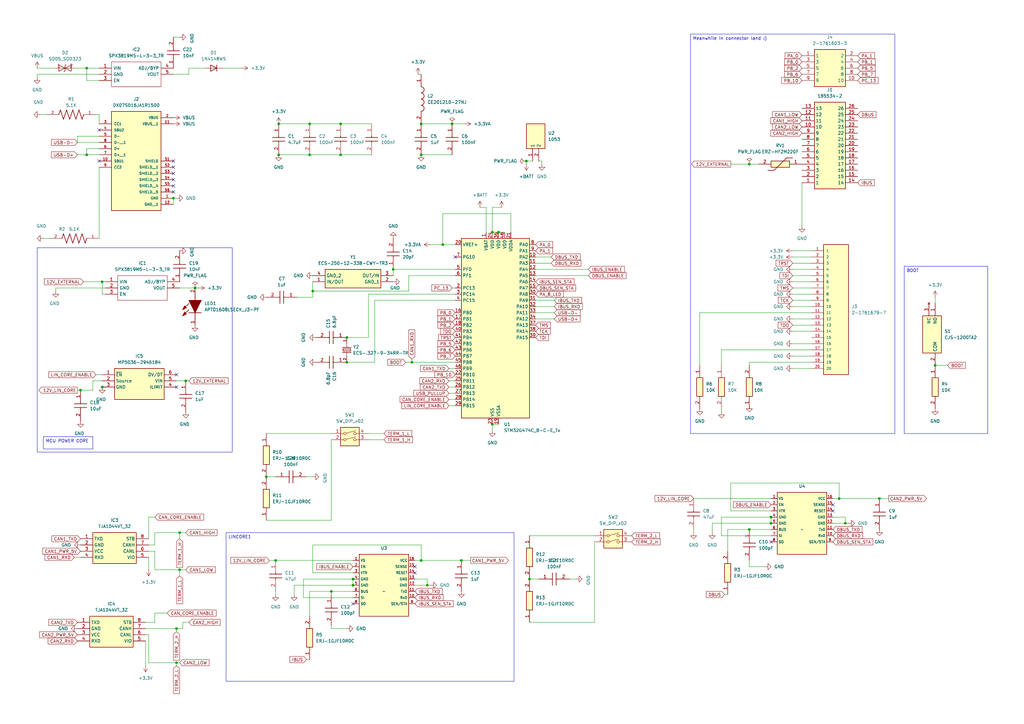
<source format=kicad_sch>
(kicad_sch (version 20230121) (generator eeschema)
  (paper "A3")
  (title_block (title "No Monkey Bidnes") (date "2023-11-14") (rev "1.0"))
  (lib_symbols
    (symbol "1_My_Library:1053"
      (property "Reference" "U" (at 16.51 7.62 0))
      (property "Value" "1053" (at 16.51 5.08 0))
      (symbol "1053_1_1"
        (pin passive line (at 0 0 0) (length 5.08) (name "1") (number "1"))
        (pin passive line (at 0 -2.54 0) (length 5.08) (name "2") (number "2"))
      )
    )
    (symbol "1_My_Library:185534-2"
      (property "Reference" "J" (at 19.05 7.62 0))
      (property "Value" "185534-2" (at 19.05 5.08 0))
      (symbol "185534-2_1_1"
        (pin passive line (at 0 -30.48 0) (length 5.08) (name "1") (number "1"))
        (pin passive line (at 0 -7.62 0) (length 5.08) (name "10") (number "10"))
        (pin passive line (at 0 -5.08 0) (length 5.08) (name "11") (number "11"))
        (pin passive line (at 0 -2.54 0) (length 5.08) (name "12") (number "12"))
        (pin passive line (at 0 0 0) (length 5.08) (name "13") (number "13"))
        (pin passive line (at 22.86 -30.48 180) (length 5.08) (name "14") (number "14"))
        (pin passive line (at 22.86 -27.94 180) (length 5.08) (name "15") (number "15"))
        (pin passive line (at 22.86 -25.4 180) (length 5.08) (name "16") (number "16"))
        (pin passive line (at 22.86 -22.86 180) (length 5.08) (name "17") (number "17"))
        (pin passive line (at 22.86 -20.32 180) (length 5.08) (name "18") (number "18"))
        (pin passive line (at 22.86 -17.78 180) (length 5.08) (name "19") (number "19"))
        (pin passive line (at 0 -27.94 0) (length 5.08) (name "2") (number "2"))
        (pin passive line (at 22.86 -15.24 180) (length 5.08) (name "20") (number "20"))
        (pin passive line (at 22.86 -12.7 180) (length 5.08) (name "21") (number "21"))
        (pin passive line (at 22.86 -10.16 180) (length 5.08) (name "22") (number "22"))
        (pin passive line (at 22.86 -7.62 180) (length 5.08) (name "23") (number "23"))
        (pin passive line (at 22.86 -5.08 180) (length 5.08) (name "24") (number "24"))
        (pin passive line (at 22.86 -2.54 180) (length 5.08) (name "25") (number "25"))
        (pin passive line (at 22.86 0 180) (length 5.08) (name "26") (number "26"))
        (pin passive line (at 0 -25.4 0) (length 5.08) (name "3") (number "3"))
        (pin passive line (at 0 -22.86 0) (length 5.08) (name "4") (number "4"))
        (pin passive line (at 0 -20.32 0) (length 5.08) (name "5") (number "5"))
        (pin passive line (at 0 -17.78 0) (length 5.08) (name "6") (number "6"))
        (pin passive line (at 0 -15.24 0) (length 5.08) (name "7") (number "7"))
        (pin passive line (at 0 -12.7 0) (length 5.08) (name "8") (number "8"))
        (pin passive line (at 0 -10.16 0) (length 5.08) (name "9") (number "9"))
      )
    )
    (symbol "1_My_Library:2-1761603-3"
      (property "Reference" "J" (at 19.05 7.62 0))
      (property "Value" "2-1761603-3" (at 19.05 5.08 0))
      (symbol "2-1761603-3_1_1"
        (pin passive line (at 0 0 0) (length 5.08) (name "1") (number "1"))
        (pin passive line (at 22.86 -10.16 180) (length 5.08) (name "10") (number "10"))
        (pin passive line (at 22.86 0 180) (length 5.08) (name "2") (number "2"))
        (pin passive line (at 0 -2.54 0) (length 5.08) (name "3") (number "3"))
        (pin passive line (at 22.86 -2.54 180) (length 5.08) (name "4") (number "4"))
        (pin passive line (at 0 -5.08 0) (length 5.08) (name "5") (number "5"))
        (pin passive line (at 22.86 -5.08 180) (length 5.08) (name "6") (number "6"))
        (pin passive line (at 0 -7.62 0) (length 5.08) (name "7") (number "7"))
        (pin passive line (at 22.86 -7.62 180) (length 5.08) (name "8") (number "8"))
        (pin passive line (at 0 -10.16 0) (length 5.08) (name "9") (number "9"))
      )
    )
    (symbol "1_My_Library:2-1761679-7" (pin_names (offset 1.016))
      (property "Reference" "J" (at -5.58 27.94 0))
      (property "Value" "2-1761679-7" (at -5.08 -27.94 0))
      (symbol "2-1761679-7_0_0"
        (pin passive line (at -10.16 25.4 0) (length 5.08) (name "1") (number "1"))
        (pin passive line (at -10.16 2.54 0) (length 5.08) (name "10") (number "10"))
        (pin passive line (at -10.16 0 0) (length 5.08) (name "11") (number "11"))
        (pin passive line (at -10.16 -2.54 0) (length 5.08) (name "12") (number "12"))
        (pin passive line (at -10.16 -5.08 0) (length 5.08) (name "13") (number "13"))
        (pin passive line (at -10.16 -7.62 0) (length 5.08) (name "14") (number "14"))
        (pin passive line (at -10.16 -10.16 0) (length 5.08) (name "15") (number "15"))
        (pin passive line (at -10.16 -12.7 0) (length 5.08) (name "16") (number "16"))
        (pin passive line (at -10.16 -15.24 0) (length 5.08) (name "17") (number "17"))
        (pin passive line (at -10.16 -17.78 0) (length 5.08) (name "18") (number "18"))
        (pin passive line (at -10.16 -20.32 0) (length 5.08) (name "19") (number "19"))
        (pin passive line (at -10.16 22.86 0) (length 5.08) (name "2") (number "2"))
        (pin passive line (at -10.16 -22.86 0) (length 5.08) (name "20") (number "20"))
        (pin passive line (at -10.16 20.32 0) (length 5.08) (name "3") (number "3"))
        (pin passive line (at -10.16 17.78 0) (length 5.08) (name "4") (number "4"))
        (pin passive line (at -10.16 15.24 0) (length 5.08) (name "5") (number "5"))
        (pin passive line (at -10.16 12.7 0) (length 5.08) (name "6") (number "6"))
        (pin passive line (at -10.16 10.16 0) (length 5.08) (name "7") (number "7"))
        (pin passive line (at -10.16 7.62 0) (length 5.08) (name "8") (number "8"))
        (pin passive line (at -10.16 5.08 0) (length 5.08) (name "9") (number "9"))
      )
    )
    (symbol "1_My_Library:885012205085R" (pin_names hide)
      (property "Reference" "C" (at 8.89 6.35 0))
      (property "Value" "885012205085R" (at 8.89 3.81 0))
      (symbol "885012205085R_1_1"
        (pin passive line (at 0 0 0) (length 5.08) (name "1") (number "1"))
        (pin passive line (at 12.7 0 180) (length 5.08) (name "2") (number "2"))
      )
    )
    (symbol "1_My_Library:APTD1608LSECK_J3-PF" (pin_names hide)
      (property "Reference" "LED" (at 12.7 8.89 0))
      (property "Value" "APTD1608LSECK_J3-PF" (at 12.7 6.35 0))
      (symbol "APTD1608LSECK_J3-PF_1_1"
        (pin passive line (at 0 0 0) (length 2.54) (name "K") (number "1"))
        (pin passive line (at 15.24 0 180) (length 2.54) (name "A") (number "2"))
      )
    )
    (symbol "1_My_Library:CE201210-27NJ" (pin_names hide)
      (property "Reference" "L" (at 16.51 6.35 0))
      (property "Value" "CE201210-27NJ" (at 16.51 3.81 0))
      (symbol "CE201210-27NJ_1_1"
        (pin passive line (at 0 0 0) (length 5.08) (name "1") (number "1"))
        (pin passive line (at 20.32 0 180) (length 5.08) (name "2") (number "2"))
      )
    )
    (symbol "1_My_Library:CJS-1200TA2"
      (property "Reference" "S" (at 21.59 7.62 0))
      (property "Value" "CJS-1200TA2" (at 21.59 5.08 0))
      (symbol "CJS-1200TA2_1_1"
        (pin passive line (at 0 0 0) (length 5.08) (name "NO") (number "1"))
        (pin passive line (at 25.4 0 180) (length 5.08) (name "COM") (number "2"))
        (pin no_connect line (at 0 -2.54 0) (length 5.08) (name "NC") (number "3"))
      )
    )
    (symbol "1_My_Library:DX07S016JA1R1500" (pin_names (offset 1.016))
      (property "Reference" "J2" (at 0 15.24 0))
      (property "Value" "DX07S016JA1R1500" (at 0 12.7 0))
      (symbol "DX07S016JA1R1500_0_0"
        (pin power_in line (at 15.24 -25.4 180) (length 5.08) (name "GND") (number "1"))
        (pin passive line (at -15.24 -10.16 0) (length 5.08) (name "SBU1") (number "10"))
        (pin power_in line (at 15.24 -27.94 180) (length 5.08) (name "GND__1") (number "12"))
        (pin power_in line (at 15.24 7.62 180) (length 5.08) (name "VBUS") (number "2"))
        (pin passive line (at -15.24 5.08 0) (length 5.08) (name "CC1") (number "3"))
        (pin passive line (at -15.24 2.54 0) (length 5.08) (name "SBU2") (number "4"))
        (pin passive line (at -15.24 0 0) (length 5.08) (name "D-") (number "5"))
        (pin passive line (at -15.24 -5.08 0) (length 5.08) (name "D+") (number "6"))
        (pin passive line (at -15.24 -7.62 0) (length 5.08) (name "D+__1") (number "7"))
        (pin passive line (at -15.24 -2.54 0) (length 5.08) (name "D-__1") (number "8"))
        (pin passive line (at -15.24 -12.7 0) (length 5.08) (name "CC2") (number "9"))
        (pin passive line (at 15.24 -10.16 180) (length 5.08) (name "SHIELD") (number "S1"))
        (pin passive line (at 15.24 -12.7 180) (length 5.08) (name "SHIELD__1") (number "S2"))
        (pin passive line (at 15.24 -15.24 180) (length 5.08) (name "SHIELD__2") (number "S3"))
        (pin passive line (at 15.24 -17.78 180) (length 5.08) (name "SHIELD__3") (number "S4"))
        (pin passive line (at 15.24 -20.32 180) (length 5.08) (name "SHIELD__4") (number "S5"))
        (pin passive line (at 15.24 -22.86 180) (length 5.08) (name "SHIELD__5") (number "S6"))
      )
      (symbol "DX07S016JA1R1500_1_0"
        (pin power_out line (at 15.24 5.08 180) (length 5.08) (name "VBUS__1") (number "11"))
      )
    )
    (symbol "1_My_Library:ECS-.327-9-34RR-TR" (pin_names (offset 1.016))
      (property "Reference" "Y" (at -5.0909 2.5454 0))
      (property "Value" "ECS-.327-9-34RR-TR" (at -5.0839 -3.8129 0))
      (symbol "ECS-.327-9-34RR-TR_0_0"
        (pin passive line (at -5.08 0 0) (length 2.54) (name "~") (number "1"))
        (pin passive line (at 5.08 0 180) (length 2.54) (name "~") (number "2"))
      )
    )
    (symbol "1_My_Library:ECS-250-12-33B-CWY-TR3"
      (property "Reference" "Y" (at 29.21 7.62 0))
      (property "Value" "ECS-250-12-33B-CWY-TR3" (at 29.21 5.08 0))
      (symbol "ECS-250-12-33B-CWY-TR3_1_1"
        (pin passive line (at 0 -2.54 0) (length 5.08) (name "IN/OUT") (number "1"))
        (pin passive line (at 33.02 -2.54 180) (length 5.08) (name "GND_1") (number "2"))
        (pin passive line (at 33.02 0 180) (length 5.08) (name "OUT/IN") (number "3"))
        (pin passive line (at 0 0 0) (length 5.08) (name "GND_2") (number "4"))
      )
    )
    (symbol "1_My_Library:ERA3AEB121V" (pin_names (offset 1.016))
      (property "Reference" "R" (at -7.624 2.541 0))
      (property "Value" "ERA3AEB121V" (at -7.624 -5.087 0))
      (symbol "ERA3AEB121V_0_0"
        (pin passive line (at -10.16 0 0) (length 5.08) (name "~") (number "1"))
        (pin passive line (at 10.16 0 180) (length 5.08) (name "~") (number "2"))
      )
    )
    (symbol "1_My_Library:ERJ-1GJF10R0C" (pin_names hide)
      (property "Reference" "R" (at 13.97 6.35 0))
      (property "Value" "ERJ-1GJF10R0C" (at 13.97 3.81 0))
      (symbol "ERJ-1GJF10R0C_1_1"
        (pin passive line (at 0 0 0) (length 5.08) (name "1") (number "1"))
        (pin passive line (at 17.78 0 180) (length 5.08) (name "2") (number "2"))
      )
    )
    (symbol "1_My_Library:ERZ-HF2M220F" (pin_names hide)
      (property "Reference" "RV" (at 13.97 6.35 0))
      (property "Value" "ERZ-HF2M220F" (at 13.97 3.81 0))
      (symbol "ERZ-HF2M220F_1_1"
        (pin passive line (at 0 0 0) (length 5.08) (name "1") (number "1"))
        (pin passive line (at 17.78 0 180) (length 5.08) (name "2") (number "2"))
      )
    )
    (symbol "1_My_Library:MP5036-2946184"
      (property "Reference" "IC" (at 26.67 7.62 0))
      (property "Value" "MP5036-2946184" (at 26.67 5.08 0))
      (symbol "MP5036-2946184_1_1"
        (pin passive line (at 0 0 0) (length 5.08) (name "~{EN}") (number "1"))
        (pin passive line (at 0 -2.54 0) (length 5.08) (name "Source") (number "2"))
        (pin passive line (at 0 -5.08 0) (length 5.08) (name "GND") (number "3"))
        (pin passive line (at 30.48 -5.08 180) (length 5.08) (name "ILIMIT") (number "4"))
        (pin passive line (at 30.48 -2.54 180) (length 5.08) (name "VIN") (number "5"))
        (pin passive line (at 30.48 0 180) (length 5.08) (name "DV/DT") (number "6"))
      )
    )
    (symbol "1_My_Library:Melexis_TH3122.4"
      (property "Reference" "U" (at 10.16 -2.54 0))
      (symbol "Melexis_TH3122.4_1_0"
        (pin input line (at -2.54 10.16 0) (length 2.54) (name "VS") (number "1"))
        (pin bidirectional line (at 22.86 -5.08 180) (length 2.54) (name "RxD") (number "10"))
        (pin bidirectional line (at 22.86 -2.54 180) (length 2.54) (name "TxD") (number "11"))
        (pin bidirectional line (at 22.86 0 180) (length 2.54) (name "GND") (number "12"))
        (pin bidirectional line (at 22.86 2.54 180) (length 2.54) (name "GND") (number "13"))
        (pin bidirectional line (at 22.86 5.08 180) (length 2.54) (name "RESET") (number "14"))
        (pin bidirectional line (at 22.86 7.62 180) (length 2.54) (name "SENSE") (number "15"))
        (pin output line (at 22.86 10.16 180) (length 2.54) (name "VCC") (number "16"))
        (pin input line (at -2.54 7.62 0) (length 2.54) (name "EN") (number "2"))
        (pin bidirectional line (at -2.54 5.08 0) (length 2.54) (name "VTR") (number "3"))
        (pin bidirectional line (at -2.54 2.54 0) (length 2.54) (name "GND") (number "4"))
        (pin bidirectional line (at -2.54 0 0) (length 2.54) (name "GND") (number "5"))
        (pin bidirectional line (at -2.54 -2.54 0) (length 2.54) (name "BUS") (number "6"))
        (pin bidirectional line (at -2.54 -5.08 0) (length 2.54) (name "SI") (number "7"))
        (pin bidirectional line (at -2.54 -7.62 0) (length 2.54) (name "SO") (number "8"))
        (pin bidirectional line (at 22.86 -7.62 180) (length 2.54) (name "SEN/STA") (number "9"))
      )
    )
    (symbol "1_My_Library:SPX3819M5-L-3-3_TR" (pin_names (offset 0.762))
      (property "Reference" "IC" (at 26.67 7.62 0))
      (property "Value" "SPX3819M5-L-3-3_TR" (at 26.67 5.08 0))
      (symbol "SPX3819M5-L-3-3_TR_0_0"
        (pin passive line (at 0 0 0) (length 5.08) (name "VIN") (number "1"))
        (pin passive line (at 0 -2.54 0) (length 5.08) (name "GND") (number "2"))
        (pin passive line (at 0 -5.08 0) (length 5.08) (name "EN") (number "3"))
        (pin passive line (at 30.48 0 180) (length 5.08) (name "ADJ/BYP") (number "4"))
        (pin passive line (at 30.48 -2.54 180) (length 5.08) (name "VOUT") (number "5"))
      )
    )
    (symbol "1_My_Library:TJA1044VT_3Z"
      (property "Reference" "IC" (at 24.13 7.62 0))
      (property "Value" "TJA1044VT_3Z" (at 24.13 5.08 0))
      (symbol "TJA1044VT_3Z_1_1"
        (pin passive line (at 0 0 0) (length 5.08) (name "TXD") (number "1"))
        (pin passive line (at 0 -2.54 0) (length 5.08) (name "GND") (number "2"))
        (pin passive line (at 0 -5.08 0) (length 5.08) (name "VCC") (number "3"))
        (pin passive line (at 0 -7.62 0) (length 5.08) (name "RXD") (number "4"))
        (pin passive line (at 27.94 -7.62 180) (length 5.08) (name "VIO") (number "5"))
        (pin passive line (at 27.94 -5.08 180) (length 5.08) (name "CANL") (number "6"))
        (pin passive line (at 27.94 -2.54 180) (length 5.08) (name "CANH") (number "7"))
        (pin passive line (at 27.94 0 180) (length 5.08) (name "STB") (number "8"))
      )
    )
    (symbol "Diode:1N4148WS" (pin_numbers hide) (pin_names hide)
      (property "Reference" "D" (at 0 2.54 0))
      (property "Value" "1N4148WS" (at 0 -2.54 0))
      (symbol "1N4148WS_1_1"
        (pin passive line (at -3.81 0 0) (length 2.54) (name "K") (number "1"))
        (pin passive line (at 3.81 0 180) (length 2.54) (name "A") (number "2"))
      )
    )
    (symbol "Diode:SD05_SOD323" (pin_names (offset 1.016) hide)
      (property "Reference" "D" (at 0 2.54 0))
      (property "Value" "SD05_SOD323" (at 0 -2.54 0))
      (symbol "SD05_SOD323_1_1"
        (pin passive line (at -3.81 0 0) (length 2.54) (name "A1") (number "1"))
        (pin passive line (at 3.81 0 180) (length 2.54) (name "A2") (number "2"))
      )
    )
    (symbol "MCU_ST_STM32G4:STM32G474C_B-C-E_Tx"
      (property "Reference" "U" (at -12.7 39.37 0))
      (property "Value" "STM32G474C_B-C-E_Tx" (at 10.16 39.37 0))
      (symbol "STM32G474C_B-C-E_Tx_1_1"
        (pin power_in line (at -2.54 40.64 270) (length 2.54) (name "VBAT") (number "1"))
        (pin bidirectional line (at 17.78 30.48 180) (length 2.54) (name "PA2") (number "10"))
        (pin bidirectional line (at 17.78 27.94 180) (length 2.54) (name "PA3") (number "11"))
        (pin bidirectional line (at 17.78 25.4 180) (length 2.54) (name "PA4") (number "12"))
        (pin bidirectional line (at 17.78 22.86 180) (length 2.54) (name "PA5") (number "13"))
        (pin bidirectional line (at 17.78 20.32 180) (length 2.54) (name "PA6") (number "14"))
        (pin bidirectional line (at 17.78 17.78 180) (length 2.54) (name "PA7") (number "15"))
        (pin bidirectional line (at -15.24 7.62 0) (length 2.54) (name "PB0") (number "16"))
        (pin bidirectional line (at -15.24 5.08 0) (length 2.54) (name "PB1") (number "17"))
        (pin bidirectional line (at -15.24 2.54 0) (length 2.54) (name "PB2") (number "18"))
        (pin power_in line (at 2.54 -38.1 90) (length 2.54) (name "VSSA") (number "19"))
        (pin bidirectional line (at -15.24 17.78 0) (length 2.54) (name "PC13") (number "2"))
        (pin input line (at -15.24 35.56 0) (length 2.54) (name "VREF+") (number "20"))
        (pin power_in line (at 7.62 40.64 270) (length 2.54) (name "VDDA") (number "21"))
        (pin bidirectional line (at -15.24 -17.78 0) (length 2.54) (name "PB10") (number "22"))
        (pin power_in line (at 0 -38.1 90) (length 2.54) (name "VSS") (number "23"))
        (pin power_in line (at 0 40.64 270) (length 2.54) (name "VDD") (number "24"))
        (pin bidirectional line (at -15.24 -20.32 0) (length 2.54) (name "PB11") (number "25"))
        (pin bidirectional line (at -15.24 -22.86 0) (length 2.54) (name "PB12") (number "26"))
        (pin bidirectional line (at -15.24 -25.4 0) (length 2.54) (name "PB13") (number "27"))
        (pin bidirectional line (at -15.24 -27.94 0) (length 2.54) (name "PB14") (number "28"))
        (pin bidirectional line (at -15.24 -30.48 0) (length 2.54) (name "PB15") (number "29"))
        (pin bidirectional line (at -15.24 15.24 0) (length 2.54) (name "PC14") (number "3"))
        (pin bidirectional line (at 17.78 15.24 180) (length 2.54) (name "PA8") (number "30"))
        (pin bidirectional line (at 17.78 12.7 180) (length 2.54) (name "PA9") (number "31"))
        (pin bidirectional line (at 17.78 10.16 180) (length 2.54) (name "PA10") (number "32"))
        (pin bidirectional line (at 17.78 7.62 180) (length 2.54) (name "PA11") (number "33"))
        (pin bidirectional line (at 17.78 5.08 180) (length 2.54) (name "PA12") (number "34"))
        (pin passive line (at 0 -38.1 90) (length 2.54) hide (name "VSS") (number "35"))
        (pin power_in line (at 2.54 40.64 270) (length 2.54) (name "VDD") (number "36"))
        (pin bidirectional line (at 17.78 2.54 180) (length 2.54) (name "PA13") (number "37"))
        (pin bidirectional line (at 17.78 0 180) (length 2.54) (name "PA14") (number "38"))
        (pin bidirectional line (at 17.78 -2.54 180) (length 2.54) (name "PA15") (number "39"))
        (pin bidirectional line (at -15.24 12.7 0) (length 2.54) (name "PC15") (number "4"))
        (pin bidirectional line (at -15.24 0 0) (length 2.54) (name "PB3") (number "40"))
        (pin bidirectional line (at -15.24 -2.54 0) (length 2.54) (name "PB4") (number "41"))
        (pin bidirectional line (at -15.24 -5.08 0) (length 2.54) (name "PB5") (number "42"))
        (pin bidirectional line (at -15.24 -7.62 0) (length 2.54) (name "PB6") (number "43"))
        (pin bidirectional line (at -15.24 -10.16 0) (length 2.54) (name "PB7") (number "44"))
        (pin bidirectional line (at -15.24 -12.7 0) (length 2.54) (name "PB8") (number "45"))
        (pin bidirectional line (at -15.24 -15.24 0) (length 2.54) (name "PB9") (number "46"))
        (pin passive line (at 0 -38.1 90) (length 2.54) hide (name "VSS") (number "47"))
        (pin power_in line (at 5.08 40.64 270) (length 2.54) (name "VDD") (number "48"))
        (pin bidirectional line (at -15.24 25.4 0) (length 2.54) (name "PF0") (number "5"))
        (pin bidirectional line (at -15.24 22.86 0) (length 2.54) (name "PF1") (number "6"))
        (pin bidirectional line (at -15.24 30.48 0) (length 2.54) (name "PG10") (number "7"))
        (pin bidirectional line (at 17.78 35.56 180) (length 2.54) (name "PA0") (number "8"))
        (pin bidirectional line (at 17.78 33.02 180) (length 2.54) (name "PA1") (number "9"))
      )
    )
    (symbol "Melexis_TH3122.4_1"
      (property "Reference" "U" (at 10.16 -2.54 0))
      (symbol "Melexis_TH3122.4_1_1_0"
        (pin input line (at -2.54 10.16 0) (length 2.54) (name "VS") (number "1"))
        (pin bidirectional line (at 22.86 -5.08 180) (length 2.54) (name "RxD") (number "10"))
        (pin bidirectional line (at 22.86 -2.54 180) (length 2.54) (name "TxD") (number "11"))
        (pin bidirectional line (at 22.86 0 180) (length 2.54) (name "GND") (number "12"))
        (pin bidirectional line (at 22.86 2.54 180) (length 2.54) (name "GND") (number "13"))
        (pin bidirectional line (at 22.86 5.08 180) (length 2.54) (name "RESET") (number "14"))
        (pin bidirectional line (at 22.86 7.62 180) (length 2.54) (name "SENSE") (number "15"))
        (pin output line (at 22.86 10.16 180) (length 2.54) (name "VCC") (number "16"))
        (pin input line (at -2.54 7.62 0) (length 2.54) (name "EN") (number "2"))
        (pin bidirectional line (at -2.54 5.08 0) (length 2.54) (name "VTR") (number "3"))
        (pin bidirectional line (at -2.54 2.54 0) (length 2.54) (name "GND") (number "4"))
        (pin bidirectional line (at -2.54 0 0) (length 2.54) (name "GND") (number "5"))
        (pin bidirectional line (at -2.54 -2.54 0) (length 2.54) (name "BUS") (number "6"))
        (pin bidirectional line (at -2.54 -5.08 0) (length 2.54) (name "SI") (number "7"))
        (pin bidirectional line (at -2.54 -7.62 0) (length 2.54) (name "SO") (number "8"))
        (pin bidirectional line (at 22.86 -7.62 180) (length 2.54) (name "SEN/STA") (number "9"))
      )
    )
    (symbol "Switch:SW_DIP_x02" (pin_names (offset 0) hide)
      (property "Reference" "SW" (at 0 6.35 0))
      (property "Value" "SW_DIP_x02" (at 0 -3.81 0))
      (symbol "SW_DIP_x02_1_1"
        (pin passive line (at -7.62 2.54 0) (length 5.08) (name "~") (number "1"))
        (pin passive line (at -7.62 0 0) (length 5.08) (name "~") (number "2"))
        (pin passive line (at 7.62 0 180) (length 5.08) (name "~") (number "3"))
        (pin passive line (at 7.62 2.54 180) (length 5.08) (name "~") (number "4"))
      )
    )
    (symbol "power:+3.3V" (power) (pin_names (offset 0))
      (property "Value" "+3.3V" (at 0 3.556 0))
      (symbol "+3.3V_1_1"
        (pin power_in line (at 0 0 90) (length 0) hide (name "+3.3V") (number "1"))
      )
    )
    (symbol "power:+3.3VA" (power) (pin_names (offset 0))
      (property "Value" "+3.3VA" (at 0 3.556 0))
      (symbol "+3.3VA_1_1"
        (pin power_in line (at 0 0 90) (length 0) hide (name "+3.3VA") (number "1"))
      )
    )
    (symbol "power:+BATT" (power) (pin_names (offset 0))
      (property "Value" "+BATT" (at 0 3.556 0))
      (symbol "+BATT_1_1"
        (pin power_in line (at 0 0 90) (length 0) hide (name "+BATT") (number "1"))
      )
    )
    (symbol "power:GND" (power) (pin_names (offset 0))
      (property "Value" "GND" (at 0 -3.81 0))
      (symbol "GND_1_1"
        (pin power_in line (at 0 0 270) (length 0) hide (name "GND") (number "1"))
      )
    )
    (symbol "power:PWR_FLAG" (power) (pin_numbers hide) (pin_names (offset 0) hide)
      (property "Value" "PWR_FLAG" (at 0 3.81 0))
      (symbol "PWR_FLAG_0_0"
        (pin power_out line (at 0 0 90) (length 0) (name "pwr") (number "1"))
      )
    )
    (symbol "power:VBUS" (power) (pin_names (offset 0))
      (property "Value" "VBUS" (at 0 3.81 0))
      (symbol "VBUS_1_1"
        (pin power_in line (at 0 0 90) (length 0) hide (name "VBUS") (number "1"))
      )
    )
  )
  (junction (at 360.68 204.47))
  (junction (at 172.72 229.87))
  (junction (at 307.34 67.31))
  (junction (at 33.02 160.02))
  (junction (at 109.22 195.58))
  (junction (at 344.17 204.47))
  (junction (at 139.7 63.5))
  (junction (at 316.23 214.63))
  (junction (at 168.91 148.59))
  (junction (at 217.17 237.49))
  (junction (at 215.9 66.04))
  (junction (at 113.03 229.87))
  (junction (at 41.91 158.75))
  (junction (at 346.71 214.63))
  (junction (at 144.78 240.03))
  (junction (at 127 50.8))
  (junction (at 175.26 240.03))
  (junction (at 204.47 95.25))
  (junction (at 144.78 237.49))
  (junction (at 201.93 173.99))
  (junction (at 80.01 118.11))
  (junction (at 72.39 271.78))
  (junction (at 201.93 95.25))
  (junction (at 128.27 119.38))
  (junction (at 189.23 229.87))
  (junction (at 73.66 218.44))
  (junction (at 127 63.5))
  (junction (at 41.91 115.57))
  (junction (at 142.24 148.59))
  (junction (at 185.42 50.8))
  (junction (at 181.61 100.33))
  (junction (at 71.12 81.28))
  (junction (at 114.3 50.8))
  (junction (at 135.89 242.57))
  (junction (at 35.56 27.94))
  (junction (at 383.54 149.86))
  (junction (at 76.2 156.21))
  (junction (at 316.23 212.09))
  (junction (at 307.34 217.17))
  (junction (at 73.66 233.68))
  (junction (at 172.72 50.8))
  (junction (at 114.3 63.5))
  (junction (at 142.24 138.43))
  (junction (at 139.7 50.8))
  (junction (at 35.56 63.5))
  (junction (at 72.39 257.81))
  (junction (at 172.72 63.5))
  (junction (at 161.29 110.49))
  (no_connect (at 71.12 73.66))
  (no_connect (at 170.18 232.41))
  (no_connect (at 71.12 68.58))
  (no_connect (at 72.39 158.75))
  (no_connect (at 170.18 234.95))
  (no_connect (at 316.23 222.25))
  (no_connect (at 71.12 78.74))
  (no_connect (at 71.12 66.04))
  (no_connect (at 144.78 247.65))
  (no_connect (at 40.64 53.34))
  (no_connect (at 341.63 207.01))
  (no_connect (at 71.12 71.12))
  (no_connect (at 71.12 76.2))
  (no_connect (at 40.64 66.04))
  (no_connect (at 341.63 209.55))
  (no_connect (at 72.39 153.67))
  (no_connect (at 186.69 105.41))
  (wire (pts (xy 287.02 128.27) (xy 287.02 149.86)))
  (wire (pts (xy 60.96 260.35) (xy 59.69 260.35)))
  (wire (pts (xy 73.66 233.68) (xy 63.5 233.68)))
  (wire (pts (xy 201.93 173.99) (xy 204.47 173.99)))
  (wire (pts (xy 74.93 255.27) (xy 77.47 255.27)))
  (wire (pts (xy 38.1 160.02) (xy 38.1 156.21)))
  (wire (pts (xy 127 270.51) (xy 125.73 270.51)))
  (wire (pts (xy 226.06 105.41) (xy 219.71 105.41)))
  (wire (pts (xy 76.2 218.44) (xy 73.66 218.44)))
  (wire (pts (xy 346.71 214.63) (xy 341.63 214.63)))
  (wire (pts (xy 383.54 121.92) (xy 383.54 124.46)))
  (wire (pts (xy 38.1 156.21) (xy 41.91 156.21)))
  (wire (pts (xy 284.48 218.44) (xy 284.48 217.17)))
  (wire (pts (xy 186.69 123.19) (xy 153.67 123.19)))
  (wire (pts (xy 184.15 156.21) (xy 186.69 156.21)))
  (wire (pts (xy 364.49 204.47) (xy 360.68 204.47)))
  (wire (pts (xy 135.89 257.81) (xy 142.24 257.81)))
  (wire (pts (xy 72.39 81.28) (xy 71.12 81.28)))
  (wire (pts (xy 383.54 149.86) (xy 388.62 149.86)))
  (wire (pts (xy 128.27 234.95) (xy 128.27 223.52)))
  (wire (pts (xy 215.9 66.04) (xy 218.44 66.04)))
  (wire (pts (xy 72.39 257.81) (xy 59.69 257.81)))
  (wire (pts (xy 184.15 161.29) (xy 186.69 161.29)))
  (wire (pts (xy 307.34 167.64) (xy 307.34 166.37)))
  (wire (pts (xy 172.72 229.87) (xy 170.18 229.87)))
  (wire (pts (xy 332.74 102.87) (xy 325.12 102.87)))
  (wire (pts (xy 201.93 176.53) (xy 201.93 173.99)))
  (wire (pts (xy 295.91 149.86) (xy 295.91 143.51)))
  (wire (pts (xy 298.45 217.17) (xy 298.45 226.06)))
  (wire (pts (xy 35.56 60.96) (xy 35.56 63.5)))
  (wire (pts (xy 295.91 168.91) (xy 295.91 167.64)))
  (wire (pts (xy 295.91 143.51) (xy 332.74 143.51)))
  (wire (pts (xy 151.13 180.34) (xy 157.48 180.34)))
  (wire (pts (xy 161.29 110.49) (xy 186.69 110.49)))
  (wire (pts (xy 175.26 237.49) (xy 175.26 240.03)))
  (wire (pts (xy 76.2 156.21) (xy 72.39 156.21)))
  (wire (pts (xy 121.92 121.92) (xy 128.27 121.92)))
  (wire (pts (xy 124.46 245.11) (xy 144.78 245.11)))
  (wire (pts (xy 181.61 100.33) (xy 186.69 100.33)))
  (wire (pts (xy 181.61 87.63) (xy 181.61 100.33)))
  (wire (pts (xy 209.55 87.63) (xy 181.61 87.63)))
  (wire (pts (xy 199.39 85.09) (xy 199.39 95.25)))
  (wire (pts (xy 332.74 120.65) (xy 325.12 120.65)))
  (wire (pts (xy 172.72 50.8) (xy 185.42 50.8)))
  (wire (pts (xy 167.64 113.03) (xy 186.69 113.03)))
  (wire (pts (xy 184.15 158.75) (xy 186.69 158.75)))
  (wire (pts (xy 60.96 271.78) (xy 60.96 260.35)))
  (wire (pts (xy 43.18 158.75) (xy 41.91 158.75)))
  (wire (pts (xy 127 242.57) (xy 135.89 242.57)))
  (wire (pts (xy 332.74 125.73) (xy 325.12 125.73)))
  (wire (pts (xy 35.56 33.02) (xy 40.64 33.02)))
  (wire (pts (xy 332.74 146.05) (xy 325.12 146.05)))
  (wire (pts (xy 71.12 15.24) (xy 73.66 15.24)))
  (wire (pts (xy 316.23 209.55) (xy 299.72 209.55)))
  (wire (pts (xy 31.75 55.88) (xy 31.75 58.42)))
  (wire (pts (xy 307.34 229.87) (xy 307.34 232.41)))
  (wire (pts (xy 120.65 243.84) (xy 120.65 240.03)))
  (wire (pts (xy 332.74 113.03) (xy 325.12 113.03)))
  (wire (pts (xy 201.93 95.25) (xy 204.47 95.25)))
  (wire (pts (xy 184.15 163.83) (xy 186.69 163.83)))
  (wire (pts (xy 307.34 148.59) (xy 332.74 148.59)))
  (wire (pts (xy 30.48 228.6) (xy 33.02 228.6)))
  (wire (pts (xy 127 242.57) (xy 127 252.73)))
  (wire (pts (xy 332.74 107.95) (xy 325.12 107.95)))
  (wire (pts (xy 109.22 195.58) (xy 113.03 195.58)))
  (wire (pts (xy 298.45 243.84) (xy 297.18 243.84)))
  (wire (pts (xy 222.25 67.31) (xy 222.25 66.04)))
  (wire (pts (xy 295.91 212.09) (xy 295.91 219.71)))
  (wire (pts (xy 299.72 67.31) (xy 307.34 67.31)))
  (wire (pts (xy 172.72 229.87) (xy 189.23 229.87)))
  (wire (pts (xy 167.64 119.38) (xy 167.64 113.03)))
  (wire (pts (xy 35.56 27.94) (xy 40.64 27.94)))
  (wire (pts (xy 144.78 237.49) (xy 124.46 237.49)))
  (wire (pts (xy 161.29 110.49) (xy 161.29 113.03)))
  (wire (pts (xy 332.74 115.57) (xy 325.12 115.57)))
  (wire (pts (xy 209.55 95.25) (xy 209.55 87.63)))
  (wire (pts (xy 172.72 63.5) (xy 185.42 63.5)))
  (wire (pts (xy 110.49 229.87) (xy 113.03 229.87)))
  (wire (pts (xy 60.96 271.78) (xy 72.39 271.78)))
  (wire (pts (xy 41.91 115.57) (xy 43.18 115.57)))
  (wire (pts (xy 153.67 148.59) (xy 142.24 148.59)))
  (wire (pts (xy 63.5 255.27) (xy 59.69 255.27)))
  (wire (pts (xy 77.47 156.21) (xy 76.2 156.21)))
  (wire (pts (xy 344.17 204.47) (xy 341.63 204.47)))
  (wire (pts (xy 186.69 120.65) (xy 151.13 120.65)))
  (wire (pts (xy 35.56 60.96) (xy 40.64 60.96)))
  (wire (pts (xy 135.89 213.36) (xy 109.22 213.36)))
  (wire (pts (xy 83.82 27.94) (xy 77.47 27.94)))
  (wire (pts (xy 22.86 119.38) (xy 22.86 118.11)))
  (wire (pts (xy 114.3 50.8) (xy 127 50.8)))
  (wire (pts (xy 175.26 240.03) (xy 170.18 240.03)))
  (wire (pts (xy 135.89 242.57) (xy 144.78 242.57)))
  (wire (pts (xy 184.15 166.37) (xy 186.69 166.37)))
  (wire (pts (xy 241.3 110.49) (xy 219.71 110.49)))
  (wire (pts (xy 35.56 63.5) (xy 40.64 63.5)))
  (wire (pts (xy 185.42 118.11) (xy 186.69 118.11)))
  (wire (pts (xy 166.37 148.59) (xy 168.91 148.59)))
  (wire (pts (xy 347.98 214.63) (xy 346.71 214.63)))
  (wire (pts (xy 171.45 30.48) (xy 172.72 30.48)))
  (wire (pts (xy 151.13 138.43) (xy 142.24 138.43)))
  (wire (pts (xy 204.47 95.25) (xy 207.01 95.25)))
  (wire (pts (xy 71.12 81.28) (xy 71.12 83.82)))
  (wire (pts (xy 298.45 217.17) (xy 307.34 217.17)))
  (wire (pts (xy 39.37 153.67) (xy 41.91 153.67)))
  (wire (pts (xy 292.1 218.44) (xy 292.1 214.63)))
  (wire (pts (xy 128.27 115.57) (xy 128.27 119.38)))
  (wire (pts (xy 22.86 27.94) (xy 15.24 27.94)))
  (wire (pts (xy 72.39 273.05) (xy 72.39 271.78)))
  (wire (pts (xy 227.33 128.27) (xy 219.71 128.27)))
  (wire (pts (xy 243.84 222.25) (xy 243.84 255.27)))
  (wire (pts (xy 31.75 63.5) (xy 35.56 63.5)))
  (wire (pts (xy 127 50.8) (xy 139.7 50.8)))
  (wire (pts (xy 68.58 251.46) (xy 63.5 251.46)))
  (wire (pts (xy 74.93 257.81) (xy 72.39 257.81)))
  (wire (pts (xy 15.24 30.48) (xy 40.64 30.48)))
  (wire (pts (xy 63.5 233.68) (xy 63.5 226.06)))
  (wire (pts (xy 72.39 259.08) (xy 72.39 257.81)))
  (wire (pts (xy 151.13 177.8) (xy 157.48 177.8)))
  (wire (pts (xy 73.66 220.98) (xy 73.66 218.44)))
  (wire (pts (xy 63.5 223.52) (xy 60.96 223.52)))
  (wire (pts (xy 172.72 223.52) (xy 172.72 229.87)))
  (wire (pts (xy 72.39 271.78) (xy 73.66 271.78)))
  (wire (pts (xy 236.22 237.49) (xy 233.68 237.49)))
  (wire (pts (xy 113.03 229.87) (xy 144.78 229.87)))
  (wire (pts (xy 128.27 195.58) (xy 125.73 195.58)))
  (wire (pts (xy 15.24 30.48) (xy 15.24 31.75)))
  (wire (pts (xy 22.86 118.11) (xy 43.18 118.11)))
  (wire (pts (xy 307.34 149.86) (xy 307.34 148.59)))
  (wire (pts (xy 63.5 226.06) (xy 60.96 226.06)))
  (wire (pts (xy 328.93 74.93) (xy 328.93 92.71)))
  (wire (pts (xy 344.17 198.12) (xy 344.17 204.47)))
  (wire (pts (xy 77.47 30.48) (xy 71.12 30.48)))
  (wire (pts (xy 227.33 130.81) (xy 219.71 130.81)))
  (wire (pts (xy 41.91 115.57) (xy 41.91 120.65)))
  (wire (pts (xy 332.74 133.35) (xy 325.12 133.35)))
  (wire (pts (xy 217.17 219.71) (xy 243.84 219.71)))
  (wire (pts (xy 60.96 212.09) (xy 60.96 220.98)))
  (wire (pts (xy 120.65 240.03) (xy 144.78 240.03)))
  (wire (pts (xy 139.7 63.5) (xy 152.4 63.5)))
  (wire (pts (xy 33.02 160.02) (xy 31.75 160.02)))
  (wire (pts (xy 175.26 237.49) (xy 170.18 237.49)))
  (wire (pts (xy 201.93 85.09) (xy 201.93 95.25)))
  (wire (pts (xy 139.7 50.8) (xy 152.4 50.8)))
  (wire (pts (xy 135.89 256.54) (xy 135.89 257.81)))
  (wire (pts (xy 185.42 50.8) (xy 190.5 50.8)))
  (wire (pts (xy 332.74 130.81) (xy 325.12 130.81)))
  (wire (pts (xy 31.75 58.42) (xy 40.64 58.42)))
  (wire (pts (xy 135.89 180.34) (xy 135.89 213.36)))
  (wire (pts (xy 43.18 120.65) (xy 41.91 120.65)))
  (wire (pts (xy 299.72 198.12) (xy 344.17 198.12)))
  (wire (pts (xy 63.5 251.46) (xy 63.5 255.27)))
  (wire (pts (xy 60.96 233.68) (xy 60.96 228.6)))
  (wire (pts (xy 77.47 27.94) (xy 77.47 30.48)))
  (wire (pts (xy 287.02 128.27) (xy 332.74 128.27)))
  (wire (pts (xy 144.78 234.95) (xy 128.27 234.95)))
  (wire (pts (xy 35.56 27.94) (xy 35.56 33.02)))
  (wire (pts (xy 59.69 273.05) (xy 59.69 262.89)))
  (wire (pts (xy 63.5 212.09) (xy 60.96 212.09)))
  (wire (pts (xy 40.64 68.58) (xy 40.64 97.79)))
  (wire (pts (xy 124.46 237.49) (xy 124.46 245.11)))
  (wire (pts (xy 114.3 63.5) (xy 127 63.5)))
  (wire (pts (xy 30.48 27.94) (xy 35.56 27.94)))
  (wire (pts (xy 215.9 67.31) (xy 215.9 66.04)))
  (wire (pts (xy 196.85 85.09) (xy 199.39 85.09)))
  (wire (pts (xy 19.05 46.99) (xy 16.51 46.99)))
  (wire (pts (xy 346.71 212.09) (xy 341.63 212.09)))
  (wire (pts (xy 241.3 113.03) (xy 219.71 113.03)))
  (wire (pts (xy 20.32 97.79) (xy 17.78 97.79)))
  (wire (pts (xy 332.74 123.19) (xy 325.12 123.19)))
  (wire (pts (xy 40.64 46.99) (xy 40.64 50.8)))
  (wire (pts (xy 34.29 115.57) (xy 41.91 115.57)))
  (wire (pts (xy 307.34 67.31) (xy 311.15 67.31)))
  (wire (pts (xy 227.33 123.19) (xy 219.71 123.19)))
  (wire (pts (xy 73.66 218.44) (xy 63.5 218.44)))
  (wire (pts (xy 168.91 148.59) (xy 186.69 148.59)))
  (wire (pts (xy 80.01 118.11) (xy 73.66 118.11)))
  (wire (pts (xy 344.17 204.47) (xy 360.68 204.47)))
  (wire (pts (xy 292.1 214.63) (xy 316.23 214.63)))
  (wire (pts (xy 176.53 240.03) (xy 175.26 240.03)))
  (wire (pts (xy 39.37 46.99) (xy 40.64 46.99)))
  (wire (pts (xy 73.66 236.22) (xy 73.66 233.68)))
  (wire (pts (xy 144.78 237.49) (xy 144.78 240.03)))
  (wire (pts (xy 332.74 140.97) (xy 325.12 140.97)))
  (wire (pts (xy 153.67 123.19) (xy 153.67 148.59)))
  (wire (pts (xy 332.74 118.11) (xy 325.12 118.11)))
  (wire (pts (xy 316.23 212.09) (xy 295.91 212.09)))
  (wire (pts (xy 243.84 255.27) (xy 217.17 255.27)))
  (wire (pts (xy 91.44 27.94) (xy 99.06 27.94)))
  (wire (pts (xy 33.02 160.02) (xy 38.1 160.02)))
  (wire (pts (xy 135.89 243.84) (xy 135.89 242.57)))
  (wire (pts (xy 127 63.5) (xy 139.7 63.5)))
  (wire (pts (xy 128.27 119.38) (xy 128.27 121.92)))
  (wire (pts (xy 168.91 147.32) (xy 168.91 148.59)))
  (wire (pts (xy 74.93 255.27) (xy 74.93 257.81)))
  (wire (pts (xy 227.33 125.73) (xy 219.71 125.73)))
  (wire (pts (xy 151.13 120.65) (xy 151.13 138.43)))
  (wire (pts (xy 113.03 243.84) (xy 113.03 242.57)))
  (wire (pts (xy 316.23 212.09) (xy 316.23 214.63)))
  (wire (pts (xy 81.28 118.11) (xy 80.01 118.11)))
  (wire (pts (xy 295.91 219.71) (xy 316.23 219.71)))
  (wire (pts (xy 31.75 55.88) (xy 40.64 55.88)))
  (wire (pts (xy 205.74 85.09) (xy 201.93 85.09)))
  (wire (pts (xy 193.04 229.87) (xy 189.23 229.87)))
  (wire (pts (xy 332.74 135.89) (xy 325.12 135.89)))
  (wire (pts (xy 307.34 232.41) (xy 313.69 232.41)))
  (wire (pts (xy 128.27 223.52) (xy 172.72 223.52)))
  (wire (pts (xy 284.48 204.47) (xy 316.23 204.47)))
  (wire (pts (xy 176.53 100.33) (xy 181.61 100.33)))
  (wire (pts (xy 226.06 107.95) (xy 219.71 107.95)))
  (wire (pts (xy 63.5 218.44) (xy 63.5 223.52)))
  (wire (pts (xy 307.34 217.17) (xy 316.23 217.17)))
  (wire (pts (xy 332.74 105.41) (xy 325.12 105.41)))
  (wire (pts (xy 76.2 233.68) (xy 73.66 233.68)))
  (wire (pts (xy 222.25 66.04) (xy 220.98 66.04)))
  (wire (pts (xy 109.22 177.8) (xy 135.89 177.8)))
  (wire (pts (xy 299.72 209.55) (xy 299.72 198.12)))
  (wire (pts (xy 217.17 237.49) (xy 220.98 237.49)))
  (wire (pts (xy 332.74 110.49) (xy 325.12 110.49)))
  (wire (pts (xy 332.74 151.13) (xy 325.12 151.13)))
  (wire (pts (xy 346.71 212.09) (xy 346.71 214.63)))
  (wire (pts (xy 128.27 119.38) (xy 167.64 119.38)))
  (wire (pts (xy 184.15 151.13) (xy 186.69 151.13)))
  (rectangle (start 15.24 101.6) (end 95.25 185.42))
  (text_box "MCU POWER CORE" (at 17.78 179.07 0) (size 20.32 5.08) (effects (font (size 1.27 1.27)) (justify left top)))
  (text_box "LINCORE1" (at 92.71 218.44 0) (size 118.11 60.96) (effects (font (size 1.27 1.27)) (justify left top)))
  (text_box "CAN CORE" (at -128.27 283.21 0) (size 77.47 73.66) (effects (font (size 1.27 1.27)) (justify left top)))
  (text_box "Meanwhile in connector land :)" (at 283.21 13.97 0) (size 83.82 163.83) (effects (font (size 1.27 1.27)) (justify left top)))
  (text_box "BOOT" (at 370.84 109.22 0) (size 34.29 68.58) (effects (font (size 1.27 1.27)) (justify left top)))
  (global_label "DBUS_TXD" (shape input) (at 226.06 105.41 0) (property "Intersheetrefs" "${INTERSHEET_REFS}" (effects hide)))
  (global_label "PC_13" (shape input) (at 185.42 118.11 180) (property "Intersheetrefs" "${INTERSHEET_REFS}" (effects hide)))
  (global_label "TDI" (shape input) (at 219.71 138.43 0) (property "Intersheetrefs" "${INTERSHEET_REFS}" (effects hide)))
  (global_label "CAN1_RXD" (shape input) (at 168.91 147.32 90) (property "Intersheetrefs" "${INTERSHEET_REFS}" (effects hide)))
  (global_label "PB_6" (shape input) (at 328.93 30.48 180) (property "Intersheetrefs" "${INTERSHEET_REFS}" (effects hide)))
  (global_label "PB_2" (shape input) (at 328.93 27.94 180) (property "Intersheetrefs" "${INTERSHEET_REFS}" (effects hide)))
  (global_label "USB-D+" (shape input) (at 227.33 130.81 0) (property "Intersheetrefs" "${INTERSHEET_REFS}" (effects hide)))
  (global_label "IBUS_RXD" (shape input) (at 227.33 125.73 0) (property "Intersheetrefs" "${INTERSHEET_REFS}" (effects hide)))
  (global_label "USB-D+" (shape input) (at 31.75 63.5 180) (property "Intersheetrefs" "${INTERSHEET_REFS}" (effects hide)))
  (global_label "USB-D-" (shape input) (at 227.33 128.27 0) (property "Intersheetrefs" "${INTERSHEET_REFS}" (effects hide)))
  (global_label "TCK" (shape input) (at 325.12 123.19 180) (property "Intersheetrefs" "${INTERSHEET_REFS}" (effects hide)))
  (global_label "CAN1_TXD" (shape input) (at 33.02 220.98 180) (property "Intersheetrefs" "${INTERSHEET_REFS}" (effects hide)))
  (global_label "TERM_1_H" (shape input) (at 73.66 220.98 270) (property "Intersheetrefs" "${INTERSHEET_REFS}" (effects hide)))
  (global_label "12V_LIN_CORE" (shape input) (at 110.49 229.87 180) (property "Intersheetrefs" "${INTERSHEET_REFS}" (effects hide)))
  (global_label "IBUS_SEN_STA" (shape input) (at 219.71 115.57 0) (property "Intersheetrefs" "${INTERSHEET_REFS}" (effects hide)))
  (global_label "USB_PULLUP" (shape input) (at 184.15 161.29 180) (property "Intersheetrefs" "${INTERSHEET_REFS}" (effects hide)))
  (global_label "TERM_2_L" (shape input) (at 259.08 219.71 0) (property "Intersheetrefs" "${INTERSHEET_REFS}" (effects hide)))
  (global_label "DBUS_RXD" (shape input) (at 226.06 107.95 0) (property "Intersheetrefs" "${INTERSHEET_REFS}" (effects hide)))
  (global_label "IBUS_TXD" (shape input) (at 227.33 123.19 0) (property "Intersheetrefs" "${INTERSHEET_REFS}" (effects hide)))
  (global_label "PB_10" (shape input) (at 328.93 33.02 180) (property "Intersheetrefs" "${INTERSHEET_REFS}" (effects hide)))
  (global_label "USB-D-" (shape input) (at 31.75 58.42 180) (property "Intersheetrefs" "${INTERSHEET_REFS}" (effects hide)))
  (global_label "CAN1_RXD" (shape input) (at 30.48 228.6 180) (property "Intersheetrefs" "${INTERSHEET_REFS}" (effects hide)))
  (global_label "CAN1_LOW" (shape input) (at 76.2 233.68 0) (property "Intersheetrefs" "${INTERSHEET_REFS}" (effects hide)))
  (global_label "CAN2_TXD" (shape input) (at 31.75 255.27 180) (property "Intersheetrefs" "${INTERSHEET_REFS}" (effects hide)))
  (global_label "DBUS" (shape input) (at 351.79 46.99 0) (property "Intersheetrefs" "${INTERSHEET_REFS}" (effects hide)))
  (global_label "PB_10" (shape input) (at 186.69 153.67 180) (property "Intersheetrefs" "${INTERSHEET_REFS}" (effects hide)))
  (global_label "IBUS_ENABLE" (shape input) (at 241.3 110.49 0) (property "Intersheetrefs" "${INTERSHEET_REFS}" (effects hide)))
  (global_label "CAN2_PWR_5V" (shape output) (at 364.49 204.47 0) (property "Intersheetrefs" "${INTERSHEET_REFS}" (effects hide)))
  (global_label "CAN_CORE_ENABLE" (shape input) (at 68.58 251.46 0) (property "Intersheetrefs" "${INTERSHEET_REFS}" (effects hide)))
  (global_label "CAN2_TXD" (shape input) (at 184.15 158.75 180) (property "Intersheetrefs" "${INTERSHEET_REFS}" (effects hide)))
  (global_label "PB_0" (shape input) (at 328.93 25.4 180) (property "Intersheetrefs" "${INTERSHEET_REFS}" (effects hide)))
  (global_label "PB_7" (shape input) (at 186.69 146.05 180) (property "Intersheetrefs" "${INTERSHEET_REFS}" (effects hide)))
  (global_label "PA_1" (shape input) (at 351.79 22.86 0) (property "Intersheetrefs" "${INTERSHEET_REFS}" (effects hide)))
  (global_label "TERM_1_L" (shape input) (at 73.66 236.22 270) (property "Intersheetrefs" "${INTERSHEET_REFS}" (effects hide)))
  (global_label "PB_6" (shape input) (at 186.69 143.51 180) (property "Intersheetrefs" "${INTERSHEET_REFS}" (effects hide)))
  (global_label "IBUS_SEN_STA" (shape input) (at 170.18 247.65 0) (property "Intersheetrefs" "${INTERSHEET_REFS}" (effects hide)))
  (global_label "LIN_CORE_ENABLE" (shape input) (at 39.37 153.67 180) (property "Intersheetrefs" "${INTERSHEET_REFS}" (effects hide)))
  (global_label "12V_EXTERNAL" (shape output) (at 299.72 67.31 180) (property "Intersheetrefs" "${INTERSHEET_REFS}" (effects hide)))
  (global_label "IBUS" (shape input) (at 351.79 74.93 0) (property "Intersheetrefs" "${INTERSHEET_REFS}" (effects hide)))
  (global_label "TERM_2_H" (shape input) (at 259.08 222.25 0) (property "Intersheetrefs" "${INTERSHEET_REFS}" (effects hide)))
  (global_label "TERM_1_L" (shape input) (at 157.48 177.8 0) (property "Intersheetrefs" "${INTERSHEET_REFS}" (effects hide)))
  (global_label "12V_EXTERNAL" (shape input) (at 34.29 115.57 180) (property "Intersheetrefs" "${INTERSHEET_REFS}" (effects hide)))
  (global_label "BOOT" (shape input) (at 166.37 148.59 180) (property "Intersheetrefs" "${INTERSHEET_REFS}" (effects hide)))
  (global_label "IBUS_ENABLE" (shape input) (at 144.78 232.41 180) (property "Intersheetrefs" "${INTERSHEET_REFS}" (effects hide)))
  (global_label "PB_5" (shape input) (at 186.69 140.97 180) (property "Intersheetrefs" "${INTERSHEET_REFS}" (effects hide)))
  (global_label "CAN2_HIGH" (shape input) (at 77.47 255.27 0) (property "Intersheetrefs" "${INTERSHEET_REFS}" (effects hide)))
  (global_label "CAN1_HIGH" (shape input) (at 328.93 49.53 180) (property "Intersheetrefs" "${INTERSHEET_REFS}" (effects hide)))
  (global_label "12V_EXTERNAL" (shape input) (at 77.47 156.21 0) (property "Intersheetrefs" "${INTERSHEET_REFS}" (effects hide)))
  (global_label "DBUS_SEN_STA" (shape input) (at 341.63 222.25 0) (property "Intersheetrefs" "${INTERSHEET_REFS}" (effects hide)))
  (global_label "TERM_2_L" (shape input) (at 72.39 273.05 270) (property "Intersheetrefs" "${INTERSHEET_REFS}" (effects hide)))
  (global_label "PB_0" (shape input) (at 186.69 128.27 180) (property "Intersheetrefs" "${INTERSHEET_REFS}" (effects hide)))
  (global_label "PB_1" (shape input) (at 186.69 130.81 180) (property "Intersheetrefs" "${INTERSHEET_REFS}" (effects hide)))
  (global_label "DBUS_ENABLE" (shape input) (at 241.3 113.03 0) (property "Intersheetrefs" "${INTERSHEET_REFS}" (effects hide)))
  (global_label "PC_13" (shape input) (at 351.79 33.02 0) (property "Intersheetrefs" "${INTERSHEET_REFS}" (effects hide)))
  (global_label "12V_LIN_CORE" (shape output) (at 31.75 160.02 180) (property "Intersheetrefs" "${INTERSHEET_REFS}" (effects hide)))
  (global_label "PB_5" (shape input) (at 351.79 27.94 0) (property "Intersheetrefs" "${INTERSHEET_REFS}" (effects hide)))
  (global_label "TDO" (shape input) (at 325.12 133.35 180) (property "Intersheetrefs" "${INTERSHEET_REFS}" (effects hide)))
  (global_label "DBUS_ENABLE" (shape input) (at 316.23 207.01 180) (property "Intersheetrefs" "${INTERSHEET_REFS}" (effects hide)))
  (global_label "BOOT" (shape input) (at 388.62 149.86 0) (property "Intersheetrefs" "${INTERSHEET_REFS}" (effects hide)))
  (global_label "CAN2_RXD" (shape input) (at 184.15 156.21 180) (property "Intersheetrefs" "${INTERSHEET_REFS}" (effects hide)))
  (global_label "12V_LIN_CORE" (shape input) (at 284.48 204.47 180) (property "Intersheetrefs" "${INTERSHEET_REFS}" (effects hide)))
  (global_label "TERM_1_H" (shape input) (at 157.48 180.34 0) (property "Intersheetrefs" "${INTERSHEET_REFS}" (effects hide)))
  (global_label "DBUS_RXD" (shape input) (at 341.63 219.71 0) (property "Intersheetrefs" "${INTERSHEET_REFS}" (effects hide)))
  (global_label "CAN2_HIGH" (shape input) (at 328.93 54.61 180) (property "Intersheetrefs" "${INTERSHEET_REFS}" (effects hide)))
  (global_label "PB_2" (shape input) (at 186.69 133.35 180) (property "Intersheetrefs" "${INTERSHEET_REFS}" (effects hide)))
  (global_label "PA_8_LED" (shape input) (at 219.71 120.65 0) (property "Intersheetrefs" "${INTERSHEET_REFS}" (effects hide)))
  (global_label "CAN2_LOW" (shape input) (at 328.93 52.07 180) (property "Intersheetrefs" "${INTERSHEET_REFS}" (effects hide)))
  (global_label "IBUS_TXD" (shape input) (at 170.18 242.57 0) (property "Intersheetrefs" "${INTERSHEET_REFS}" (effects hide)))
  (global_label "CAN1_TXD" (shape input) (at 184.15 151.13 180) (property "Intersheetrefs" "${INTERSHEET_REFS}" (effects hide)))
  (global_label "PB_7" (shape input) (at 351.79 30.48 0) (property "Intersheetrefs" "${INTERSHEET_REFS}" (effects hide)))
  (global_label "TDO" (shape input) (at 186.69 135.89 180) (property "Intersheetrefs" "${INTERSHEET_REFS}" (effects hide)))
  (global_label "TMS" (shape input) (at 219.71 133.35 0) (property "Intersheetrefs" "${INTERSHEET_REFS}" (effects hide)))
  (global_label "CAN1_LOW" (shape input) (at 328.93 46.99 180) (property "Intersheetrefs" "${INTERSHEET_REFS}" (effects hide)))
  (global_label "CAN1_PWR_5V" (shape input) (at 33.02 226.06 180) (property "Intersheetrefs" "${INTERSHEET_REFS}" (effects hide)))
  (global_label "CAN2_LOW" (shape input) (at 73.66 271.78 0) (property "Intersheetrefs" "${INTERSHEET_REFS}" (effects hide)))
  (global_label "CAN_CORE_ENABLE" (shape input) (at 63.5 212.09 0) (property "Intersheetrefs" "${INTERSHEET_REFS}" (effects hide)))
  (global_label "IBUS_RXD" (shape input) (at 170.18 245.11 0) (property "Intersheetrefs" "${INTERSHEET_REFS}" (effects hide)))
  (global_label "CAN1_PWR_5V" (shape output) (at 193.04 229.87 0) (property "Intersheetrefs" "${INTERSHEET_REFS}" (effects hide)))
  (global_label "TDI" (shape input) (at 325.12 113.03 180) (property "Intersheetrefs" "${INTERSHEET_REFS}" (effects hide)))
  (global_label "DBUS_SEN_STA" (shape input) (at 219.71 118.11 0) (property "Intersheetrefs" "${INTERSHEET_REFS}" (effects hide)))
  (global_label "PB_1" (shape input) (at 351.79 25.4 0) (property "Intersheetrefs" "${INTERSHEET_REFS}" (effects hide)))
  (global_label "LIN_CORE_ENABLE" (shape input) (at 184.15 166.37 180) (property "Intersheetrefs" "${INTERSHEET_REFS}" (effects hide)))
  (global_label "CAN_CORE_ENABLE" (shape input) (at 184.15 163.83 180) (property "Intersheetrefs" "${INTERSHEET_REFS}" (effects hide)))
  (global_label "TMS" (shape input) (at 325.12 118.11 180) (property "Intersheetrefs" "${INTERSHEET_REFS}" (effects hide)))
  (global_label "PA_0" (shape input) (at 328.93 22.86 180) (property "Intersheetrefs" "${INTERSHEET_REFS}" (effects hide)))
  (global_label "TRST" (shape input) (at 186.69 138.43 180) (property "Intersheetrefs" "${INTERSHEET_REFS}" (effects hide)))
  (global_label "IBUS" (shape input) (at 125.73 270.51 180) (property "Intersheetrefs" "${INTERSHEET_REFS}" (effects hide)))
  (global_label "CAN2_RXD" (shape input) (at 31.75 262.89 180) (property "Intersheetrefs" "${INTERSHEET_REFS}" (effects hide)))
  (global_label "TERM_2_H" (shape input) (at 72.39 259.08 270) (property "Intersheetrefs" "${INTERSHEET_REFS}" (effects hide)))
  (global_label "PA_1" (shape input) (at 219.71 102.87 0) (property "Intersheetrefs" "${INTERSHEET_REFS}" (effects hide)))
  (global_label "PA_0" (shape input) (at 219.71 100.33 0) (property "Intersheetrefs" "${INTERSHEET_REFS}" (effects hide)))
  (global_label "CAN2_PWR_5V" (shape input) (at 31.75 260.35 180) (property "Intersheetrefs" "${INTERSHEET_REFS}" (effects hide)))
  (global_label "TRST" (shape input) (at 325.12 107.95 180) (property "Intersheetrefs" "${INTERSHEET_REFS}" (effects hide)))
  (global_label "CAN1_HIGH" (shape input) (at 76.2 218.44 0) (property "Intersheetrefs" "${INTERSHEET_REFS}" (effects hide)))
  (global_label "TCK" (shape input) (at 219.71 135.89 0) (property "Intersheetrefs" "${INTERSHEET_REFS}" (effects hide)))
  (global_label "DBUS" (shape input) (at 297.18 243.84 180) (property "Intersheetrefs" "${INTERSHEET_REFS}" (effects hide)))
  (global_label "DBUS_TXD" (shape input) (at 341.63 217.17 0) (property "Intersheetrefs" "${INTERSHEET_REFS}" (effects hide)))
  (symbol (lib_id "power:GND") (at 120.65 243.84 0) (unit 1)
    (property "Reference" "#PWR027" (effects hide))
    (property "Value" "GND" (at 120.65 248.92 0))
  )
  (symbol (lib_id "power:GND") (at 176.53 240.03 90) (unit 1)
    (property "Reference" "#PWR037" (effects hide))
    (property "Value" "GND" (at 180.34 240.03 90) (effects (justify right)))
  )
  (symbol (lib_id "MCU_ST_STM32G4:STM32G474C_B-C-E_Tx") (at 201.93 135.89 0) (unit 1)
    (property "Reference" "U1" (at 206.6641 173.99 0) (effects (justify left)))
    (property "Value" "STM32G474C_B-C-E_Tx" (at 206.6641 176.53 0) (effects (justify left)))
    (property "Footprint" "Package_QFP:LQFP-48_7x7mm_P0.5mm" (effects hide))
    (property "Datasheet" "https://www.st.com/resource/en/datasheet/stm32g474cb.pdf" (effects hide))
  )
  (symbol (lib_id "power:GND") (at 114.3 63.5 0) (unit 1)
    (property "Reference" "#PWR08" (effects hide))
    (property "Value" "GND" (at 114.3 68.58 0))
  )
  (symbol (lib_id "1_My_Library:885012205085R") (at 142.24 148.59 180) (unit 1)
    (property "Reference" "C16" (at 137.16 152.4 90) (effects (justify left)))
    (property "Value" "6.8pF" (at 134.62 152.4 90) (effects (justify left)))
    (property "Footprint" "ncore:CAPC1005X55N" (effects hide))
    (property "Datasheet" "https://katalog.we-online.com/pbs/datasheet/885012205085R.pdf" (effects hide))
    (property "Height" "0.55" (effects hide))
    (property "Manufacturer_Name" "Wurth Elektronik" (effects hide))
    (property "Manufacturer_Part_Number" "885012205085R" (effects hide))
  )
  (symbol (lib_id "1_My_Library:185534-2") (at 328.93 44.45 0) (unit 1)
    (property "Reference" "J1" (at 340.36 36.83 0))
    (property "Value" "185534-2" (at 340.36 39.37 0))
    (property "Footprint" "1855342" (effects hide))
    (property "Datasheet" "https://componentsearchengine.com/Datasheets/1/185534-2.pdf" (effects hide))
    (property "Height" "18" (effects hide))
    (property "Mouser Part Number" "571-185534-2" (effects hide))
    (property "Mouser Price/Stock" "https://www.mouser.com/Search/Refine.aspx?Keyword=571-185534-2" (effects hide))
    (property "Manufacturer_Name" "TE Connectivity" (effects hide))
    (property "Manufacturer_Part_Number" "185534-2" (effects hide))
  )
  (symbol (lib_id "1_My_Library:ECS-.327-9-34RR-TR") (at 142.24 143.51 270) (unit 1)
    (property "Reference" "Y2" (at 144.78 142.24 90) (effects (justify left)))
    (property "Value" "ECS-.327-9-34RR-TR" (at 144.78 144.78 90) (effects (justify left)))
    (property "Footprint" "ncore:XTAL_ECS-.327-9-34RR-TR" (effects hide))
    (property "MANUFACTURER" "ECS INC" (effects hide))
    (property "STANDARD" "Manufacturer Recommendation" (effects hide))
  )
  (symbol (lib_id "power:PWR_FLAG") (at 215.9 66.04 90) (unit 1)
    (property "Reference" "#FLG04" (effects hide))
    (property "Value" "PWR_FLAG" (at 212.09 66.04 90) (effects (justify left)))
  )
  (symbol (lib_id "power:GND") (at 73.66 15.24 90) (unit 1)
    (property "Reference" "#PWR067" (effects hide))
    (property "Value" "GND" (at 78.74 17.78 0) (effects (justify left)))
  )
  (symbol (lib_id "power:GND") (at 113.03 243.84 0) (unit 1)
    (property "Reference" "#PWR026" (effects hide))
    (property "Value" "GND" (at 113.03 248.92 0))
  )
  (symbol (lib_id "power:VBUS") (at 71.12 48.26 270) (unit 1)
    (property "Reference" "#PWR058" (effects hide))
    (property "Value" "VBUS" (at 74.93 48.26 90) (effects (justify left)))
  )
  (symbol (lib_id "power:+3.3V") (at 59.69 273.05 180) (unit 1)
    (property "Reference" "#PWR065" (effects hide))
    (property "Value" "+3.3V" (at 59.69 278.13 0))
  )
  (symbol (lib_id "power:GND") (at 347.98 214.63 90) (unit 1)
    (property "Reference" "#PWR031" (effects hide))
    (property "Value" "GND" (at 351.79 214.63 90) (effects (justify right)))
  )
  (symbol (lib_id "1_My_Library:885012205085R") (at 113.03 229.87 270) (unit 1)
    (property "Reference" "C11" (at 116.84 234.95 90) (effects (justify left)))
    (property "Value" "47uF" (at 116.84 237.49 90) (effects (justify left)))
    (property "Footprint" "ncore:CAPC1005X55N" (effects hide))
    (property "Datasheet" "https://katalog.we-online.com/pbs/datasheet/885012205085R.pdf" (effects hide))
    (property "Height" "0.55" (effects hide))
    (property "Manufacturer_Name" "Wurth Elektronik" (effects hide))
    (property "Manufacturer_Part_Number" "885012205085R" (effects hide))
  )
  (symbol (lib_id "power:+3.3V") (at 205.74 85.09 0) (unit 1)
    (property "Reference" "#PWR09" (effects hide))
    (property "Value" "+3.3V" (at 205.74 80.01 0))
  )
  (symbol (lib_id "1_My_Library:ERJ-1GJF10R0C") (at 383.54 149.86 270) (unit 1)
    (property "Reference" "R4" (at 386.08 157.48 90) (effects (justify left)))
    (property "Value" "10K" (at 386.08 160.02 90) (effects (justify left)))
    (property "Footprint" "ncore:ERJ1GJJ2R4C" (effects hide))
    (property "Datasheet" "https://industrial.panasonic.com/cdbs/www-data/pdf/RDA0000/AOA0000C304.pdf" (effects hide))
    (property "Height" "0.26" (effects hide))
    (property "Mouser Part Number" "667-ERJ-1GJF10R0C" (effects hide))
    (property "Mouser Price/Stock" "https://www.mouser.co.uk/ProductDetail/Panasonic/ERJ-1GJF10R0C?qs=OcgtsXO%252B3gv6JKjHki3tsw%3D%3D" (effects hide))
    (property "Manufacturer_Name" "Panasonic" (effects hide))
    (property "Manufacturer_Part_Number" "ERJ-1GJF10R0C" (effects hide))
  )
  (symbol (lib_id "power:GND") (at 292.1 218.44 0) (unit 1)
    (property "Reference" "#PWR028" (effects hide))
    (property "Value" "GND" (at 292.1 223.52 0))
  )
  (symbol (lib_id "power:GND") (at 142.24 257.81 90) (unit 1)
    (property "Reference" "#PWR036" (effects hide))
    (property "Value" "GND" (at 146.05 257.81 90) (effects (justify right)))
  )
  (symbol (lib_id "1_My_Library:TJA1044VT_3Z") (at 33.02 220.98 0) (unit 1)
    (property "Reference" "IC3" (at 46.99 213.36 0))
    (property "Value" "TJA1044VT_3Z" (at 46.99 215.9 0))
    (property "Footprint" "ncore:SO-8_3.9x4.9mm_P1.27mm" (effects hide))
    (property "Datasheet" "http://www.nxp.com/docs/en/data-sheet/TJA1044V.pdf" (effects hide))
    (property "Height" "1.75" (effects hide))
    (property "Mouser Part Number" "771-TJA1044VT/3Z" (effects hide))
    (property "Mouser Price/Stock" "https://www.mouser.co.uk/ProductDetail/NXP-Semiconductors/TJA1044VT-3Z?qs=wUXugUrL1qwONZrxXTzMPQ%3D%3D" (effects hide))
    (property "Manufacturer_Name" "NXP" (effects hide))
    (property "Manufacturer_Part_Number" "TJA1044VT/3Z" (effects hide))
  )
  (symbol (lib_id "1_My_Library:885012205085R") (at 114.3 50.8 270) (unit 1)
    (property "Reference" "C1" (at 118.11 55.88 90) (effects (justify left)))
    (property "Value" "4.7uF" (at 118.11 58.42 90) (effects (justify left)))
    (property "Footprint" "ncore:CAPC1005X55N" (effects hide))
    (property "Datasheet" "https://katalog.we-online.com/pbs/datasheet/885012205085R.pdf" (effects hide))
    (property "Height" "0.55" (effects hide))
    (property "Manufacturer_Name" "Wurth Elektronik" (effects hide))
    (property "Manufacturer_Part_Number" "885012205085R" (effects hide))
  )
  (symbol (lib_id "1_My_Library:1053") (at 218.44 66.04 90) (unit 1)
    (property "Reference" "U2" (at 224.79 54.61 90) (effects (justify right)))
    (property "Value" "1053" (at 224.79 57.15 90) (effects (justify right)))
    (property "Footprint" "ncore:1053" (effects hide))
    (property "Datasheet" "http://www.keyelco.com/product-pdf.cfm?p=751" (effects hide))
    (property "Mouser Part Number" "534-1053-BH" (effects hide))
    (property "Mouser Price/Stock" "https://www.mouser.co.uk/ProductDetail/Keystone-Electronics/1053?qs=%2F7TOpeL5Mz4zfgvqwo9sng%3D%3D" (effects hide))
    (property "Manufacturer_Name" "Keystone Electronics" (effects hide))
    (property "Manufacturer_Part_Number" "1053" (effects hide))
  )
  (symbol (lib_name "Melexis_TH3122.4_1") (lib_id "1_My_Library:Melexis_TH3122.4") (at 318.77 214.63 0) (unit 1)
    (property "Reference" "U4" (at 328.93 199.39 0))
    (property "Value" "~" (at 328.93 217.17 0))
    (property "Footprint" "Package_SO:SOIC-16W_7.5x10.3mm_P1.27mm" (effects hide))
  )
  (symbol (lib_id "power:GND") (at 222.25 67.31 0) (unit 1)
    (property "Reference" "#PWR021" (effects hide))
    (property "Value" "GND" (at 222.25 72.39 0))
  )
  (symbol (lib_id "power:GND") (at 129.54 148.59 270) (unit 1)
    (property "Reference" "#PWR016" (effects hide))
    (property "Value" "GND" (at 124.46 148.59 0))
  )
  (symbol (lib_id "power:GND") (at 325.12 135.89 270) (unit 1)
    (property "Reference" "#PWR044" (effects hide))
    (property "Value" "GND" (at 321.31 135.89 90) (effects (justify right)))
  )
  (symbol (lib_id "1_My_Library:ERJ-1GJF10R0C") (at 295.91 149.86 270) (unit 1)
    (property "Reference" "R7" (at 298.45 157.48 90) (effects (justify left)))
    (property "Value" "10K" (at 298.45 160.02 90) (effects (justify left)))
    (property "Footprint" "ncore:ERJ1GJJ2R4C" (effects hide))
    (property "Datasheet" "https://industrial.panasonic.com/cdbs/www-data/pdf/RDA0000/AOA0000C304.pdf" (effects hide))
    (property "Height" "0.26" (effects hide))
    (property "Mouser Part Number" "667-ERJ-1GJF10R0C" (effects hide))
    (property "Mouser Price/Stock" "https://www.mouser.co.uk/ProductDetail/Panasonic/ERJ-1GJF10R0C?qs=OcgtsXO%252B3gv6JKjHki3tsw%3D%3D" (effects hide))
    (property "Manufacturer_Name" "Panasonic" (effects hide))
    (property "Manufacturer_Part_Number" "ERJ-1GJF10R0C" (effects hide))
  )
  (symbol (lib_id "power:GND") (at 15.24 31.75 0) (unit 1)
    (property "Reference" "#PWR057" (effects hide))
    (property "Value" "GND" (at 15.24 36.83 0))
  )
  (symbol (lib_id "1_My_Library:2-1761603-3") (at 328.93 22.86 0) (unit 1)
    (property "Reference" "J4" (at 340.36 15.24 0))
    (property "Value" "2-1761603-3" (at 340.36 17.78 0))
    (property "Footprint" "ncore:SHDR10W79P254_2X5_2032X916X922P" (effects hide))
    (property "Datasheet" "https://datasheet.datasheetarchive.com/originals/distributors/Datasheets_SAMA/6fcc4e264da5a22517f50b51947d8938.pdf" (effects hide))
    (property "Height" "9.22" (effects hide))
    (property "Mouser Part Number" "571-2-1761603-3" (effects hide))
    (property "Mouser Price/Stock" "https://www.mouser.co.uk/ProductDetail/TE-Connectivity/2-1761603-3?qs=Vs%2FpNERj%252BcNA11xCQx8ptA%3D%3D" (effects hide))
    (property "Manufacturer_Name" "TE Connectivity" (effects hide))
    (property "Manufacturer_Part_Number" "2-1761603-3" (effects hide))
  )
  (symbol (lib_id "1_My_Library:885012205085R") (at 161.29 110.49 90) (unit 1)
    (property "Reference" "C14" (at 165.1 102.87 90) (effects (justify right)))
    (property "Value" "20pF" (at 165.1 105.41 90) (effects (justify right)))
    (property "Footprint" "ncore:CAPC1005X55N" (effects hide))
    (property "Datasheet" "https://katalog.we-online.com/pbs/datasheet/885012205085R.pdf" (effects hide))
    (property "Height" "0.55" (effects hide))
    (property "Manufacturer_Name" "Wurth Elektronik" (effects hide))
    (property "Manufacturer_Part_Number" "885012205085R" (effects hide))
  )
  (symbol (lib_id "1_My_Library:885012205085R") (at 152.4 50.8 270) (unit 1)
    (property "Reference" "C4" (at 156.21 55.88 90) (effects (justify left)))
    (property "Value" "100nF" (at 156.21 58.42 90) (effects (justify left)))
    (property "Footprint" "ncore:CAPC1005X55N" (effects hide))
    (property "Datasheet" "https://katalog.we-online.com/pbs/datasheet/885012205085R.pdf" (effects hide))
    (property "Height" "0.55" (effects hide))
    (property "Manufacturer_Name" "Wurth Elektronik" (effects hide))
    (property "Manufacturer_Part_Number" "885012205085R" (effects hide))
  )
  (symbol (lib_id "power:GND") (at 22.86 119.38 0) (unit 1)
    (property "Reference" "#PWR02" (effects hide))
    (property "Value" "GND" (at 20.32 124.46 0) (effects (justify left)))
  )
  (symbol (lib_id "power:GND") (at 287.02 167.64 0) (unit 1)
    (property "Reference" "#PWR056" (effects hide))
    (property "Value" "GND" (at 287.02 172.72 0))
  )
  (symbol (lib_id "power:GND") (at 80.01 133.35 0) (unit 1)
    (property "Reference" "#PWR024" (effects hide))
    (property "Value" "GND" (at 77.47 138.43 0) (effects (justify left)))
  )
  (symbol (lib_id "1_My_Library:885012205085R") (at 33.02 160.02 270) (unit 1)
    (property "Reference" "C18" (at 36.83 165.1 90) (effects (justify left)))
    (property "Value" "10uF" (at 36.83 167.64 90) (effects (justify left)))
    (property "Footprint" "ncore:CAPC1005X55N" (effects hide))
    (property "Datasheet" "https://katalog.we-online.com/pbs/datasheet/885012205085R.pdf" (effects hide))
    (property "Height" "0.55" (effects hide))
    (property "Manufacturer_Name" "Wurth Elektronik" (effects hide))
    (property "Manufacturer_Part_Number" "885012205085R" (effects hide))
  )
  (symbol (lib_id "1_My_Library:ERA3AEB121V") (at 30.48 97.79 180) (unit 1)
    (property "Reference" "R2" (at 25.4 93.98 0))
    (property "Value" "5.1K" (at 30.48 93.98 0))
    (property "Footprint" "ncore:RES_ERA3AEB121V" (effects hide))
    (property "MF" "Panasonic" (effects hide))
    (property "MAXIMUM_PACKAGE_HEIGHT" "0.45 mm" (effects hide))
    (property "Package" "1608-2 Panasonic" (effects hide))
    (property "Price" "None" (effects hide))
    (property "Check_prices" "https://www.snapeda.com/parts/ERA-3AEB121V/Panasonic+Electronic+Components/view-part/?ref=eda" (effects hide))
    (property "STANDARD" "Manufacturer Recommendations" (effects hide))
    (property "PARTREV" "3/1/2020" (effects hide))
    (property "SnapEDA_Link" "https://www.snapeda.com/parts/ERA-3AEB121V/Panasonic+Electronic+Components/view-part/?ref=snap" (effects hide))
    (property "MP" "ERA-3AEB121V" (effects hide))
    (property "Purchase-URL" "https://www.snapeda.com/api/url_track_click_mouser/?unipart_id=459172&manufacturer=Panasonic&part_name=ERA-3AEB121V&search_term=thin film smd resistor 120ohm" (effects hide))
    (property "Description" "\nRes Thin Film 0603 120 Ohm 0.1% 0.1W(1/10W) 25ppm/C Molded SMD Automotive Punched T/R\n" (effects hide))
    (property "Availability" "In Stock" (effects hide))
    (property "MANUFACTURER" "Panasonic" (effects hide))
  )
  (symbol (lib_id "power:GND") (at 325.12 125.73 270) (unit 1)
    (property "Reference" "#PWR046" (effects hide))
    (property "Value" "GND" (at 321.31 125.73 90) (effects (justify right)))
  )
  (symbol (lib_id "power:VBUS") (at 15.24 27.94 0) (unit 1)
    (property "Reference" "#PWR060" (effects hide))
    (property "Value" "VBUS" (at 15.24 22.86 0))
  )
  (symbol (lib_id "1_My_Library:885012205085R") (at 142.24 138.43 180) (unit 1)
    (property "Reference" "C15" (at 134.62 134.62 90) (effects (justify right)))
    (property "Value" "6.8pF" (at 137.16 134.62 90) (effects (justify right)))
    (property "Footprint" "ncore:CAPC1005X55N" (effects hide))
    (property "Datasheet" "https://katalog.we-online.com/pbs/datasheet/885012205085R.pdf" (effects hide))
    (property "Height" "0.55" (effects hide))
    (property "Manufacturer_Name" "Wurth Elektronik" (effects hide))
    (property "Manufacturer_Part_Number" "885012205085R" (effects hide))
  )
  (symbol (lib_id "1_My_Library:ERJ-1GJF10R0C") (at 109.22 177.8 270) (unit 1)
    (property "Reference" "R10" (at 111.76 185.42 90) (effects (justify left)))
    (property "Value" "ERJ-1GJF10R0C" (at 111.76 187.96 90) (effects (justify left)))
    (property "Footprint" "ncore:ERJ1GJJ2R4C" (effects hide))
    (property "Datasheet" "https://industrial.panasonic.com/cdbs/www-data/pdf/RDA0000/AOA0000C304.pdf" (effects hide))
    (property "Height" "0.26" (effects hide))
    (property "Mouser Part Number" "667-ERJ-1GJF10R0C" (effects hide))
    (property "Mouser Price/Stock" "https://www.mouser.co.uk/ProductDetail/Panasonic/ERJ-1GJF10R0C?qs=OcgtsXO%252B3gv6JKjHki3tsw%3D%3D" (effects hide))
    (property "Manufacturer_Name" "Panasonic" (effects hide))
    (property "Manufacturer_Part_Number" "ERJ-1GJF10R0C" (effects hide))
  )
  (symbol (lib_id "power:PWR_FLAG") (at 80.01 118.11 0) (unit 1)
    (property "Reference" "#FLG02" (effects hide))
    (property "Value" "PWR_FLAG" (at 80.01 113.03 0))
  )
  (symbol (lib_id "Switch:SW_DIP_x02") (at 251.46 222.25 0) (unit 1)
    (property "Reference" "SW2" (at 251.46 212.09 0))
    (property "Value" "SW_DIP_x02" (at 251.46 214.63 0))
    (property "Footprint" "Button_Switch_SMD:SW_DIP_SPSTx02_Slide_Copal_CHS-02A_W5.08mm_P1.27mm_JPin" (effects hide))
  )
  (symbol (lib_id "Diode:SD05_SOD323") (at 26.67 27.94 0) (unit 1)
    (property "Reference" "D2" (at 26.67 21.59 0))
    (property "Value" "SD05_SOD323" (at 26.67 24.13 0))
    (property "Footprint" "Diode_SMD:D_SOD-323" (effects hide))
    (property "Datasheet" "https://www.littelfuse.com/~/media/electronics/datasheets/tvs_diode_arrays/littelfuse_tvs_diode_array_sd_c_datasheet.pdf.pdf" (effects hide))
  )
  (symbol (lib_id "power:GND") (at 189.23 242.57 0) (unit 1)
    (property "Reference" "#PWR038" (effects hide))
    (property "Value" "GND" (at 189.23 247.65 0))
  )
  (symbol (lib_id "Switch:SW_DIP_x02") (at 143.51 180.34 0) (unit 1)
    (property "Reference" "SW1" (at 143.51 170.18 0))
    (property "Value" "SW_DIP_x02" (at 143.51 172.72 0))
    (property "Footprint" "Button_Switch_SMD:SW_DIP_SPSTx02_Slide_Copal_CHS-02A_W5.08mm_P1.27mm_JPin" (effects hide))
  )
  (symbol (lib_id "1_My_Library:CJS-1200TA2") (at 383.54 124.46 270) (unit 1)
    (property "Reference" "S1" (at 387.35 135.89 90) (effects (justify left)))
    (property "Value" "CJS-1200TA2" (at 387.35 138.43 90) (effects (justify left)))
    (property "Footprint" "ncore:CJS1200TA2" (effects hide))
    (property "Datasheet" "http://www.nidec-copal-electronics.com/j/catalog/switch/cjs.pdf" (effects hide))
    (property "Height" "2.5" (effects hide))
    (property "Mouser Part Number" "229-CJS-1200TA2" (effects hide))
    (property "Mouser Price/Stock" "https://www.mouser.co.uk/ProductDetail/Nidec-Copal/CJS-1200TA2?qs=XeJtXLiO41Rf26ws0igWdA%3D%3D" (effects hide))
    (property "Manufacturer_Name" "NIDEC COPAL" (effects hide))
    (property "Manufacturer_Part_Number" "CJS-1200TA2" (effects hide))
  )
  (symbol (lib_id "power:GND") (at 325.12 115.57 270) (unit 1)
    (property "Reference" "#PWR048" (effects hide))
    (property "Value" "GND" (at 321.31 115.57 90) (effects (justify right)))
  )
  (symbol (lib_id "power:GND") (at 325.12 120.65 270) (unit 1)
    (property "Reference" "#PWR047" (effects hide))
    (property "Value" "GND" (at 321.31 120.65 90) (effects (justify right)))
  )
  (symbol (lib_id "power:GND") (at 360.68 217.17 0) (unit 1)
    (property "Reference" "#PWR030" (effects hide))
    (property "Value" "GND" (at 360.68 222.25 0))
  )
  (symbol (lib_id "1_My_Library:885012205085R") (at 127 50.8 270) (unit 1)
    (property "Reference" "C2" (at 130.81 55.88 90) (effects (justify left)))
    (property "Value" "100nF" (at 130.81 58.42 90) (effects (justify left)))
    (property "Footprint" "ncore:CAPC1005X55N" (effects hide))
    (property "Datasheet" "https://katalog.we-online.com/pbs/datasheet/885012205085R.pdf" (effects hide))
    (property "Height" "0.55" (effects hide))
    (property "Manufacturer_Name" "Wurth Elektronik" (effects hide))
    (property "Manufacturer_Part_Number" "885012205085R" (effects hide))
  )
  (symbol (lib_id "power:GND") (at 17.78 97.79 270) (unit 1)
    (property "Reference" "#PWR04" (effects hide))
    (property "Value" "GND" (at 19.05 92.71 90) (effects (justify right)))
  )
  (symbol (lib_id "power:GND") (at 325.12 151.13 270) (unit 1)
    (property "Reference" "#PWR020" (effects hide))
    (property "Value" "GND" (at 321.31 151.13 90) (effects (justify right)))
  )
  (symbol (lib_id "1_My_Library:MP5036-2946184") (at 41.91 153.67 0) (unit 1)
    (property "Reference" "IC5" (at 57.15 146.05 0))
    (property "Value" "MP5036-2946184" (at 57.15 148.59 0))
    (property "Footprint" "Package_TO_SOT_SMD:SOT-23-6_Handsoldering" (effects hide))
    (property "Height" "1" (effects hide))
    (property "Mouser Part Number" "946-MP5094GJ-Z" (effects hide))
    (property "Mouser Price/Stock" "https://www.mouser.co.uk/ProductDetail/Monolithic-Power-Systems-MPS/MP5094GJ-Z?qs=Zz7%252BYVVL6bFAyYszz3yKUQ%3D%3D" (effects hide))
    (property "Manufacturer_Name" "Monolithic Power Systems (MPS)" (effects hide))
    (property "Manufacturer_Part_Number" "MP5094GJ-Z" (effects hide))
  )
  (symbol (lib_id "1_My_Library:885012205085R") (at 189.23 229.87 270) (unit 1)
    (property "Reference" "C13" (at 193.04 234.95 90) (effects (justify left)))
    (property "Value" "1uF" (at 193.04 237.49 90) (effects (justify left)))
    (property "Footprint" "ncore:CAPC1005X55N" (effects hide))
    (property "Datasheet" "https://katalog.we-online.com/pbs/datasheet/885012205085R.pdf" (effects hide))
    (property "Height" "0.55" (effects hide))
    (property "Manufacturer_Name" "Wurth Elektronik" (effects hide))
    (property "Manufacturer_Part_Number" "885012205085R" (effects hide))
  )
  (symbol (lib_id "power:GND") (at 33.02 223.52 270) (unit 1)
    (property "Reference" "#PWR042" (effects hide))
    (property "Value" "GND" (at 29.21 223.52 90) (effects (justify right)))
  )
  (symbol (lib_id "1_My_Library:885012205085R") (at 121.92 121.92 180) (unit 1)
    (property "Reference" "C7" (at 115.57 114.3 0))
    (property "Value" "1uF" (at 115.57 116.84 0))
    (property "Footprint" "ncore:CAPC1005X55N" (effects hide))
    (property "Datasheet" "https://katalog.we-online.com/pbs/datasheet/885012205085R.pdf" (effects hide))
    (property "Height" "0.55" (effects hide))
    (property "Manufacturer_Name" "Wurth Elektronik" (effects hide))
    (property "Manufacturer_Part_Number" "885012205085R" (effects hide))
  )
  (symbol (lib_id "1_My_Library:885012205085R") (at 172.72 50.8 270) (unit 1)
    (property "Reference" "C5" (at 176.53 55.88 90) (effects (justify left)))
    (property "Value" "1uF" (at 176.53 58.42 90) (effects (justify left)))
    (property "Footprint" "ncore:CAPC1005X55N" (effects hide))
    (property "Datasheet" "https://katalog.we-online.com/pbs/datasheet/885012205085R.pdf" (effects hide))
    (property "Height" "0.55" (effects hide))
    (property "Manufacturer_Name" "Wurth Elektronik" (effects hide))
    (property "Manufacturer_Part_Number" "885012205085R" (effects hide))
  )
  (symbol (lib_id "1_My_Library:885012205085R") (at 185.42 50.8 270) (unit 1)
    (property "Reference" "C6" (at 189.23 55.88 90) (effects (justify left)))
    (property "Value" "100nF" (at 189.23 58.42 90) (effects (justify left)))
    (property "Footprint" "ncore:CAPC1005X55N" (effects hide))
    (property "Datasheet" "https://katalog.we-online.com/pbs/datasheet/885012205085R.pdf" (effects hide))
    (property "Height" "0.55" (effects hide))
    (property "Manufacturer_Name" "Wurth Elektronik" (effects hide))
    (property "Manufacturer_Part_Number" "885012205085R" (effects hide))
  )
  (symbol (lib_id "1_My_Library:885012205085R") (at 284.48 204.47 270) (unit 1)
    (property "Reference" "C8" (at 288.29 209.55 90) (effects (justify left)))
    (property "Value" "47uF" (at 288.29 212.09 90) (effects (justify left)))
    (property "Footprint" "ncore:CAPC1005X55N" (effects hide))
    (property "Datasheet" "https://katalog.we-online.com/pbs/datasheet/885012205085R.pdf" (effects hide))
    (property "Height" "0.55" (effects hide))
    (property "Manufacturer_Name" "Wurth Elektronik" (effects hide))
    (property "Manufacturer_Part_Number" "885012205085R" (effects hide))
  )
  (symbol (lib_id "1_My_Library:ERJ-1GJF10R0C") (at 217.17 255.27 90) (unit 1)
    (property "Reference" "R13" (at 219.71 245.11 90) (effects (justify right)))
    (property "Value" "ERJ-1GJF10R0C" (at 219.71 247.65 90) (effects (justify right)))
    (property "Footprint" "ncore:ERJ1GJJ2R4C" (effects hide))
    (property "Datasheet" "https://industrial.panasonic.com/cdbs/www-data/pdf/RDA0000/AOA0000C304.pdf" (effects hide))
    (property "Height" "0.26" (effects hide))
    (property "Mouser Part Number" "667-ERJ-1GJF10R0C" (effects hide))
    (property "Mouser Price/Stock" "https://www.mouser.co.uk/ProductDetail/Panasonic/ERJ-1GJF10R0C?qs=OcgtsXO%252B3gv6JKjHki3tsw%3D%3D" (effects hide))
    (property "Manufacturer_Name" "Panasonic" (effects hide))
    (property "Manufacturer_Part_Number" "ERJ-1GJF10R0C" (effects hide))
  )
  (symbol (lib_id "1_My_Library:ERA3AEB121V") (at 29.21 46.99 180) (unit 1)
    (property "Reference" "R1" (at 29.21 40.64 0))
    (property "Value" "5.1K" (at 29.21 43.18 0))
    (property "Footprint" "ncore:RES_ERA3AEB121V" (effects hide))
    (property "MF" "Panasonic" (effects hide))
    (property "MAXIMUM_PACKAGE_HEIGHT" "0.45 mm" (effects hide))
    (property "Package" "1608-2 Panasonic" (effects hide))
    (property "Price" "None" (effects hide))
    (property "Check_prices" "https://www.snapeda.com/parts/ERA-3AEB121V/Panasonic+Electronic+Components/view-part/?ref=eda" (effects hide))
    (property "STANDARD" "Manufacturer Recommendations" (effects hide))
    (property "PARTREV" "3/1/2020" (effects hide))
    (property "SnapEDA_Link" "https://www.snapeda.com/parts/ERA-3AEB121V/Panasonic+Electronic+Components/view-part/?ref=snap" (effects hide))
    (property "MP" "ERA-3AEB121V" (effects hide))
    (property "Purchase-URL" "https://www.snapeda.com/api/url_track_click_mouser/?unipart_id=459172&manufacturer=Panasonic&part_name=ERA-3AEB121V&search_term=thin film smd resistor 120ohm" (effects hide))
    (property "Description" "\nRes Thin Film 0603 120 Ohm 0.1% 0.1W(1/10W) 25ppm/C Molded SMD Automotive Punched T/R\n" (effects hide))
    (property "Availability" "In Stock" (effects hide))
    (property "MANUFACTURER" "Panasonic" (effects hide))
  )
  (symbol (lib_id "power:GND") (at 76.2 168.91 0) (unit 1)
    (property "Reference" "#PWR017" (effects hide))
    (property "Value" "GND" (at 73.66 173.99 0) (effects (justify left)))
  )
  (symbol (lib_id "1_My_Library:885012205085R") (at 139.7 50.8 270) (unit 1)
    (property "Reference" "C3" (at 143.51 55.88 90) (effects (justify left)))
    (property "Value" "100nF" (at 143.51 58.42 90) (effects (justify left)))
    (property "Footprint" "ncore:CAPC1005X55N" (effects hide))
    (property "Datasheet" "https://katalog.we-online.com/pbs/datasheet/885012205085R.pdf" (effects hide))
    (property "Height" "0.55" (effects hide))
    (property "Manufacturer_Name" "Wurth Elektronik" (effects hide))
    (property "Manufacturer_Part_Number" "885012205085R" (effects hide))
  )
  (symbol (lib_id "1_My_Library:885012205085R") (at 220.98 237.49 0) (unit 1)
    (property "Reference" "C21" (at 227.33 229.87 0))
    (property "Value" "100nF" (at 227.33 232.41 0))
    (property "Footprint" "ncore:CAPC1005X55N" (effects hide))
    (property "Datasheet" "https://katalog.we-online.com/pbs/datasheet/885012205085R.pdf" (effects hide))
    (property "Height" "0.55" (effects hide))
    (property "Manufacturer_Name" "Wurth Elektronik" (effects hide))
    (property "Manufacturer_Part_Number" "885012205085R" (effects hide))
  )
  (symbol (lib_id "1_My_Library:ERJ-1GJF10R0C") (at 217.17 219.71 270) (unit 1)
    (property "Reference" "R12" (at 219.71 227.33 90) (effects (justify left)))
    (property "Value" "ERJ-1GJF10R0C" (at 219.71 229.87 90) (effects (justify left)))
    (property "Footprint" "ncore:ERJ1GJJ2R4C" (effects hide))
    (property "Datasheet" "https://industrial.panasonic.com/cdbs/www-data/pdf/RDA0000/AOA0000C304.pdf" (effects hide))
    (property "Height" "0.26" (effects hide))
    (property "Mouser Part Number" "667-ERJ-1GJF10R0C" (effects hide))
    (property "Mouser Price/Stock" "https://www.mouser.co.uk/ProductDetail/Panasonic/ERJ-1GJF10R0C?qs=OcgtsXO%252B3gv6JKjHki3tsw%3D%3D" (effects hide))
    (property "Manufacturer_Name" "Panasonic" (effects hide))
    (property "Manufacturer_Part_Number" "ERJ-1GJF10R0C" (effects hide))
  )
  (symbol (lib_id "power:GND") (at 161.29 97.79 180) (unit 1)
    (property "Reference" "#PWR053" (effects hide))
    (property "Value" "GND" (at 161.29 92.71 0))
  )
  (symbol (lib_id "power:+3.3V") (at 81.28 118.11 270) (unit 1)
    (property "Reference" "#PWR010" (effects hide))
    (property "Value" "+3.3V" (at 85.09 118.11 90) (effects (justify left)))
  )
  (symbol (lib_id "power:GND") (at 128.27 195.58 90) (unit 1)
    (property "Reference" "#PWR064" (effects hide))
    (property "Value" "GND" (at 133.35 198.12 0) (effects (justify left)))
  )
  (symbol (lib_id "1_My_Library:ERJ-1GJF10R0C") (at 127 270.51 90) (unit 1)
    (property "Reference" "R5" (at 129.54 260.35 90) (effects (justify right)))
    (property "Value" "ERJ-1GJF10R0C" (at 129.54 262.89 90) (effects (justify right)))
    (property "Footprint" "ncore:ERJ1GJJ2R4C" (effects hide))
    (property "Datasheet" "https://industrial.panasonic.com/cdbs/www-data/pdf/RDA0000/AOA0000C304.pdf" (effects hide))
    (property "Height" "0.26" (effects hide))
    (property "Mouser Part Number" "667-ERJ-1GJF10R0C" (effects hide))
    (property "Mouser Price/Stock" "https://www.mouser.co.uk/ProductDetail/Panasonic/ERJ-1GJF10R0C?qs=OcgtsXO%252B3gv6JKjHki3tsw%3D%3D" (effects hide))
    (property "Manufacturer_Name" "Panasonic" (effects hide))
    (property "Manufacturer_Part_Number" "ERJ-1GJF10R0C" (effects hide))
  )
  (symbol (lib_id "power:GND") (at 236.22 237.49 90) (unit 1)
    (property "Reference" "#PWR066" (effects hide))
    (property "Value" "GND" (at 241.3 240.03 0) (effects (justify left)))
  )
  (symbol (lib_id "power:+3.3V") (at 325.12 102.87 90) (unit 1)
    (property "Reference" "#PWR050" (effects hide))
    (property "Value" "+3.3V" (at 321.31 102.87 90) (effects (justify left)))
  )
  (symbol (lib_id "power:GND") (at 313.69 232.41 90) (unit 1)
    (property "Reference" "#PWR032" (effects hide))
    (property "Value" "GND" (at 317.5 232.41 90) (effects (justify right)))
  )
  (symbol (lib_id "power:GND") (at 307.34 166.37 0) (unit 1)
    (property "Reference" "#PWR054" (effects hide))
    (property "Value" "GND" (at 307.34 171.45 0))
  )
  (symbol (lib_id "power:GND") (at 325.12 110.49 270) (unit 1)
    (property "Reference" "#PWR049" (effects hide))
    (property "Value" "GND" (at 321.31 110.49 90) (effects (justify right)))
  )
  (symbol (lib_id "power:+BATT") (at 215.9 67.31 180) (unit 1)
    (property "Reference" "#PWR022" (effects hide))
    (property "Value" "+BATT" (at 215.9 72.39 0))
  )
  (symbol (lib_id "1_My_Library:ERZ-HF2M220F") (at 328.93 67.31 180) (unit 1)
    (property "Reference" "RV1" (at 320.04 59.69 0))
    (property "Value" "ERZ-HF2M220F" (at 320.04 62.23 0))
    (property "Footprint" "ERZHF2M220F" (effects hide))
    (property "Datasheet" "https://industrial.panasonic.com/cdbs/www-data/pdf/AWA0000/AWA0000C4.pdf" (effects hide))
    (property "Height" "6" (effects hide))
    (property "Mouser Part Number" "667-ERZ-HF2M220F" (effects hide))
    (property "Mouser Price/Stock" "https://www.mouser.co.uk/ProductDetail/Panasonic/ERZ-HF2M220F?qs=amGC7iS6iy98XhovLgYf2Q%3D%3D" (effects hide))
    (property "Manufacturer_Name" "Panasonic" (effects hide))
    (property "Manufacturer_Part_Number" "ERZ-HF2M220F" (effects hide))
  )
  (symbol (lib_id "power:PWR_FLAG") (at 185.42 50.8 0) (unit 1)
    (property "Reference" "#FLG01" (effects hide))
    (property "Value" "PWR_FLAG" (at 185.42 45.72 0))
  )
  (symbol (lib_id "1_My_Library:ERJ-1GJF10R0C") (at 307.34 167.64 90) (unit 1)
    (property "Reference" "R8" (at 311.15 157.48 90))
    (property "Value" "10K" (at 311.15 160.02 90))
    (property "Footprint" "ncore:ERJ1GJJ2R4C" (effects hide))
    (property "Datasheet" "https://industrial.panasonic.com/cdbs/www-data/pdf/RDA0000/AOA0000C304.pdf" (effects hide))
    (property "Height" "0.26" (effects hide))
    (property "Mouser Part Number" "667-ERJ-1GJF10R0C" (effects hide))
    (property "Mouser Price/Stock" "https://www.mouser.co.uk/ProductDetail/Panasonic/ERJ-1GJF10R0C?qs=OcgtsXO%252B3gv6JKjHki3tsw%3D%3D" (effects hide))
    (property "Manufacturer_Name" "Panasonic" (effects hide))
    (property "Manufacturer_Part_Number" "ERJ-1GJF10R0C" (effects hide))
  )
  (symbol (lib_id "power:+3.3V") (at 114.3 50.8 0) (unit 1)
    (property "Reference" "#PWR07" (effects hide))
    (property "Value" "+3.3V" (at 114.3 45.72 0))
  )
  (symbol (lib_id "power:GND") (at 201.93 176.53 0) (unit 1)
    (property "Reference" "#PWR011" (effects hide))
    (property "Value" "GND" (at 201.93 181.61 0))
  )
  (symbol (lib_id "power:GND") (at 41.91 158.75 0) (unit 1)
    (property "Reference" "#PWR063" (effects hide))
    (property "Value" "GND" (at 39.37 163.83 0) (effects (justify left)))
  )
  (symbol (lib_id "power:PWR_FLAG") (at 307.34 67.31 0) (unit 1)
    (property "Reference" "#FLG05" (effects hide))
    (property "Value" "PWR_FLAG" (at 307.34 62.23 0))
  )
  (symbol (lib_id "power:GND") (at 325.12 146.05 270) (unit 1)
    (property "Reference" "#PWR033" (effects hide))
    (property "Value" "GND" (at 321.31 146.05 90) (effects (justify right)))
  )
  (symbol (lib_id "power:GND") (at 172.72 63.5 0) (unit 1)
    (property "Reference" "#PWR015" (effects hide))
    (property "Value" "GND" (at 172.72 68.58 0))
  )
  (symbol (lib_id "1_My_Library:885012205085R") (at 73.66 115.57 90) (unit 1)
    (property "Reference" "C19" (at 77.47 107.95 90) (effects (justify right)))
    (property "Value" "10nF" (at 77.47 110.49 90) (effects (justify right)))
    (property "Footprint" "ncore:CAPC1005X55N" (effects hide))
    (property "Datasheet" "https://katalog.we-online.com/pbs/datasheet/885012205085R.pdf" (effects hide))
    (property "Height" "0.55" (effects hide))
    (property "Manufacturer_Name" "Wurth Elektronik" (effects hide))
    (property "Manufacturer_Part_Number" "885012205085R" (effects hide))
  )
  (symbol (lib_id "power:GND") (at 129.54 138.43 270) (unit 1)
    (property "Reference" "#PWR019" (effects hide))
    (property "Value" "GND" (at 124.46 138.43 0))
  )
  (symbol (lib_id "power:GND") (at 31.75 257.81 270) (unit 1)
    (property "Reference" "#PWR041" (effects hide))
    (property "Value" "GND" (at 27.94 257.81 90) (effects (justify right)))
  )
  (symbol (lib_id "1_My_Library:ERJ-1GJF10R0C") (at 109.22 213.36 90) (unit 1)
    (property "Reference" "R11" (at 111.76 203.2 90) (effects (justify right)))
    (property "Value" "ERJ-1GJF10R0C" (at 111.76 205.74 90) (effects (justify right)))
    (property "Footprint" "ncore:ERJ1GJJ2R4C" (effects hide))
    (property "Datasheet" "https://industrial.panasonic.com/cdbs/www-data/pdf/RDA0000/AOA0000C304.pdf" (effects hide))
    (property "Height" "0.26" (effects hide))
    (property "Mouser Part Number" "667-ERJ-1GJF10R0C" (effects hide))
    (property "Mouser Price/Stock" "https://www.mouser.co.uk/ProductDetail/Panasonic/ERJ-1GJF10R0C?qs=OcgtsXO%252B3gv6JKjHki3tsw%3D%3D" (effects hide))
    (property "Manufacturer_Name" "Panasonic" (effects hide))
    (property "Manufacturer_Part_Number" "ERJ-1GJF10R0C" (effects hide))
  )
  (symbol (lib_id "power:GND") (at 284.48 218.44 0) (unit 1)
    (property "Reference" "#PWR029" (effects hide))
    (property "Value" "GND" (at 284.48 223.52 0))
  )
  (symbol (lib_id "power:GND") (at 128.27 113.03 270) (unit 1)
    (property "Reference" "#PWR039" (effects hide))
    (property "Value" "GND" (at 124.46 113.03 90) (effects (justify right)))
  )
  (symbol (lib_id "power:GND") (at 295.91 168.91 0) (unit 1)
    (property "Reference" "#PWR055" (effects hide))
    (property "Value" "GND" (effects hide))
  )
  (symbol (lib_id "Diode:1N4148WS") (at 87.63 27.94 180) (unit 1)
    (property "Reference" "D1" (at 87.63 21.59 0))
    (property "Value" "1N4148WS" (at 87.63 24.13 0))
    (property "Footprint" "Diode_SMD:D_SOD-323" (effects hide))
    (property "Datasheet" "https://www.vishay.com/docs/85751/1n4148ws.pdf" (effects hide))
    (property "Sim.Device" "D" (effects hide))
    (property "Sim.Pins" "1=K 2=A" (effects hide))
  )
  (symbol (lib_id "power:+3.3V") (at 171.45 30.48 0) (unit 1)
    (property "Reference" "#PWR014" (effects hide))
    (property "Value" "+3.3V" (at 171.45 25.4 0))
  )
  (symbol (lib_id "1_My_Library:885012205085R") (at 307.34 217.17 270) (unit 1)
    (property "Reference" "C10" (at 311.15 222.25 90) (effects (justify left)))
    (property "Value" "100pF" (at 311.15 224.79 90) (effects (justify left)))
    (property "Footprint" "ncore:CAPC1005X55N" (effects hide))
    (property "Datasheet" "https://katalog.we-online.com/pbs/datasheet/885012205085R.pdf" (effects hide))
    (property "Height" "0.55" (effects hide))
    (property "Manufacturer_Name" "Wurth Elektronik" (effects hide))
    (property "Manufacturer_Part_Number" "885012205085R" (effects hide))
  )
  (symbol (lib_id "power:GND") (at 383.54 167.64 0) (unit 1)
    (property "Reference" "#PWR035" (effects hide))
    (property "Value" "GND" (at 383.54 172.72 0))
  )
  (symbol (lib_id "1_My_Library:ERJ-1GJF10R0C") (at 298.45 243.84 90) (unit 1)
    (property "Reference" "R3" (at 300.99 233.68 90) (effects (justify right)))
    (property "Value" "ERJ-1GJF10R0C" (at 300.99 236.22 90) (effects (justify right)))
    (property "Footprint" "ncore:ERJ1GJJ2R4C" (effects hide))
    (property "Datasheet" "https://industrial.panasonic.com/cdbs/www-data/pdf/RDA0000/AOA0000C304.pdf" (effects hide))
    (property "Height" "0.26" (effects hide))
    (property "Mouser Part Number" "667-ERJ-1GJF10R0C" (effects hide))
    (property "Mouser Price/Stock" "https://www.mouser.co.uk/ProductDetail/Panasonic/ERJ-1GJF10R0C?qs=OcgtsXO%252B3gv6JKjHki3tsw%3D%3D" (effects hide))
    (property "Manufacturer_Name" "Panasonic" (effects hide))
    (property "Manufacturer_Part_Number" "ERJ-1GJF10R0C" (effects hide))
  )
  (symbol (lib_id "power:+3.3V") (at 99.06 27.94 270) (unit 1)
    (property "Reference" "#PWR061" (effects hide))
    (property "Value" "+3.3V" (at 102.87 27.94 90) (effects (justify left)))
  )
  (symbol (lib_id "1_My_Library:ERJ-1GJF10R0C") (at 287.02 149.86 270) (unit 1)
    (property "Reference" "R6" (at 289.56 157.48 90) (effects (justify left)))
    (property "Value" "10K" (at 289.56 160.02 90) (effects (justify left)))
    (property "Footprint" "ncore:ERJ1GJJ2R4C" (effects hide))
    (property "Datasheet" "https://industrial.panasonic.com/cdbs/www-data/pdf/RDA0000/AOA0000C304.pdf" (effects hide))
    (property "Height" "0.26" (effects hide))
    (property "Mouser Part Number" "667-ERJ-1GJF10R0C" (effects hide))
    (property "Mouser Price/Stock" "https://www.mouser.co.uk/ProductDetail/Panasonic/ERJ-1GJF10R0C?qs=OcgtsXO%252B3gv6JKjHki3tsw%3D%3D" (effects hide))
    (property "Manufacturer_Name" "Panasonic" (effects hide))
    (property "Manufacturer_Part_Number" "ERJ-1GJF10R0C" (effects hide))
  )
  (symbol (lib_id "power:GND") (at 16.51 46.99 270) (unit 1)
    (property "Reference" "#PWR03" (effects hide))
    (property "Value" "GND" (at 17.78 41.91 90) (effects (justify right)))
  )
  (symbol (lib_id "1_My_Library:TJA1044VT_3Z") (at 31.75 255.27 0) (unit 1)
    (property "Reference" "IC4" (at 45.72 247.65 0))
    (property "Value" "TJA1044VT_3Z" (at 45.72 250.19 0))
    (property "Footprint" "ncore:SO-8_3.9x4.9mm_P1.27mm" (effects hide))
    (property "Datasheet" "http://www.nxp.com/docs/en/data-sheet/TJA1044V.pdf" (effects hide))
    (property "Height" "1.75" (effects hide))
    (property "Mouser Part Number" "771-TJA1044VT/3Z" (effects hide))
    (property "Mouser Price/Stock" "https://www.mouser.co.uk/ProductDetail/NXP-Semiconductors/TJA1044VT-3Z?qs=wUXugUrL1qwONZrxXTzMPQ%3D%3D" (effects hide))
    (property "Manufacturer_Name" "NXP" (effects hide))
    (property "Manufacturer_Part_Number" "TJA1044VT/3Z" (effects hide))
  )
  (symbol (lib_id "1_My_Library:SPX3819M5-L-3-3_TR") (at 40.64 27.94 0) (unit 1)
    (property "Reference" "IC2" (at 55.88 20.32 0))
    (property "Value" "SPX3819M5-L-3-3_TR" (at 55.88 22.86 0))
    (property "Footprint" "ncore:SOT95P280X145-5N" (effects hide))
    (property "Datasheet" "https://componentsearchengine.com/Datasheets/1/SPX3819M5-L-3-3_TR.pdf" (effects hide))
    (property "Description" "EXAR SPX3819M5-L-3-3/TR, Low Noise LDO Voltage Regulator, 100mA, 3.3 V, 1%, 2.5  16 Vin 5-Pin, SOT-23" (effects hide))
    (property "Height" "1.45" (effects hide))
    (property "Mouser Part Number" "701-SPX3819M5-L-33TR" (effects hide))
    (property "Mouser Price/Stock" "https://www.mouser.com/Search/Refine.aspx?Keyword=701-SPX3819M5-L-33TR" (effects hide))
    (property "Manufacturer_Name" "EXAR" (effects hide))
    (property "Manufacturer_Part_Number" "SPX3819M5-L-3-3/TR" (effects hide))
  )
  (symbol (lib_id "1_My_Library:DX07S016JA1R1500") (at 55.88 55.88 0) (unit 1)
    (property "Reference" "J2" (at 55.88 40.64 0))
    (property "Value" "DX07S016JA1R1500" (at 55.88 43.18 0))
    (property "Footprint" "ncore:JAE_DX07S016JA1R1500" (effects hide))
    (property "MF" "JAE Electronics" (effects hide))
    (property "MAXIMUM_PACKAGE_HEIGHT" "3.31 mm" (effects hide))
    (property "Package" "None" (effects hide))
    (property "Price" "None" (effects hide))
    (property "Check_prices" "https://www.snapeda.com/parts/DX07S016JA1R1500/JAE+Electronics/view-part/?ref=eda" (effects hide))
    (property "STANDARD" "Manufacturer Recommendations" (effects hide))
    (property "PARTREV" "1" (effects hide))
    (property "SnapEDA_Link" "https://www.snapeda.com/parts/DX07S016JA1R1500/JAE+Electronics/view-part/?ref=snap" (effects hide))
    (property "MP" "DX07S016JA1R1500" (effects hide))
    (property "Purchase-URL" "https://www.snapeda.com/api/url_track_click_mouser/?unipart_id=4551013&manufacturer=JAE Electronics&part_name=DX07S016JA1R1500&search_term=usb type c smt" (effects hide))
    (property "Description" "\nUSB-C (USB TYPE-C) USB 2.0 Receptacle Connector 24 (16+8 Dummy) Position Surface Mount, Right Angle; Through Hole\n" (effects hide))
    (property "Availability" "In Stock" (effects hide))
    (property "MANUFACTURER" "JAE Industry Ltd." (effects hide))
  )
  (symbol (lib_id "power:GND") (at 325.12 130.81 270) (unit 1)
    (property "Reference" "#PWR045" (effects hide))
    (property "Value" "GND" (at 321.31 130.81 90) (effects (justify right)))
  )
  (symbol (lib_id "1_My_Library:885012205085R") (at 360.68 204.47 270) (unit 1)
    (property "Reference" "C9" (at 364.49 209.55 90) (effects (justify left)))
    (property "Value" "1uF" (at 364.49 212.09 90) (effects (justify left)))
    (property "Footprint" "ncore:CAPC1005X55N" (effects hide))
    (property "Datasheet" "https://katalog.we-online.com/pbs/datasheet/885012205085R.pdf" (effects hide))
    (property "Height" "0.55" (effects hide))
    (property "Manufacturer_Name" "Wurth Elektronik" (effects hide))
    (property "Manufacturer_Part_Number" "885012205085R" (effects hide))
  )
  (symbol (lib_id "power:+3.3V") (at 383.54 121.92 0) (unit 1)
    (property "Reference" "#PWR034" (effects hide))
    (property "Value" "+3.3V" (at 383.54 116.84 0))
  )
  (symbol (lib_id "power:VBUS") (at 71.12 50.8 270) (unit 1)
    (property "Reference" "#PWR059" (effects hide))
    (property "Value" "VBUS" (at 74.93 50.8 90) (effects (justify left)))
  )
  (symbol (lib_id "1_My_Library:2-1761679-7") (at 342.9 128.27 0) (unit 1)
    (property "Reference" "J3" (at 349.25 125.73 0) (effects (justify left)))
    (property "Value" "2-1761679-7" (at 349.25 128.27 0) (effects (justify left)))
    (property "Footprint" "ncore:TE_2-1761679-7" (effects hide))
    (property "Check_prices" "https://www.snapeda.com/parts/2-1761679-7/TE+Connectivity/view-part/?ref=eda" (effects hide))
    (property "Package" "None" (effects hide))
    (property "STANDARD" "Manufacturer Recommendations" (effects hide))
    (property "PARTREV" "R" (effects hide))
    (property "SnapEDA_Link" "https://www.snapeda.com/parts/2-1761679-7/TE+Connectivity/view-part/?ref=snap" (effects hide))
    (property "Purchase-URL" "https://www.snapeda.com/api/url_track_click_mouser/?unipart_id=2678268&manufacturer=TE Connectivity&part_name=2-1761679-7&search_term=idc header" (effects hide))
    (property "Number_of_Positions" "20" (effects hide))
    (property "MANUFACTURER" "TE" (effects hide))
    (property "Comment" "2-1761679-7" (effects hide))
    (property "MF" "TE Connectivity" (effects hide))
    (property "Product_Type" "Connector" (effects hide))
    (property "Description" "\nIDC LOW PRO HDR 20P VERT BLUE\n" (effects hide))
    (property "Price" "None" (effects hide))
    (property "MP" "2-1761679-7" (effects hide))
    (property "Availability" "In Stock" (effects hide))
    (property "Centerline_Pitch" "2.54 mm[.1 in]" (effects hide))
  )
  (symbol (lib_id "1_My_Library:885012205085R") (at 113.03 195.58 0) (unit 1)
    (property "Reference" "C20" (at 119.38 187.96 0))
    (property "Value" "100nF" (at 119.38 190.5 0))
    (property "Footprint" "ncore:CAPC1005X55N" (effects hide))
    (property "Datasheet" "https://katalog.we-online.com/pbs/datasheet/885012205085R.pdf" (effects hide))
    (property "Height" "0.55" (effects hide))
    (property "Manufacturer_Name" "Wurth Elektronik" (effects hide))
    (property "Manufacturer_Part_Number" "885012205085R" (effects hide))
  )
  (symbol (lib_id "power:GND") (at 328.93 92.71 0) (unit 1)
    (property "Reference" "#PWR01" (effects hide))
    (property "Value" "GND" (at 328.93 97.79 0))
  )
  (symbol (lib_id "1_My_Library:Melexis_TH3122.4") (at 147.32 240.03 0) (unit 1)
    (property "Reference" "U3" (at 157.48 224.79 0))
    (property "Value" "~" (at 157.48 242.57 0))
    (property "Footprint" "Package_SO:SOIC-16W_7.5x10.3mm_P1.27mm" (effects hide))
  )
  (symbol (lib_id "1_My_Library:885012205085R") (at 135.89 243.84 270) (unit 1)
    (property "Reference" "C12" (at 139.7 248.92 90) (effects (justify left)))
    (property "Value" "100pF" (at 139.7 251.46 90) (effects (justify left)))
    (property "Footprint" "ncore:CAPC1005X55N" (effects hide))
    (property "Datasheet" "https://katalog.we-online.com/pbs/datasheet/885012205085R.pdf" (effects hide))
    (property "Height" "0.55" (effects hide))
    (property "Manufacturer_Name" "Wurth Elektronik" (effects hide))
    (property "Manufacturer_Part_Number" "885012205085R" (effects hide))
  )
  (symbol (lib_id "1_My_Library:885012205085R") (at 76.2 156.21 270) (unit 1)
    (property "Reference" "C17" (at 80.01 161.29 90) (effects (justify left)))
    (property "Value" "1uF" (at 80.01 163.83 90) (effects (justify left)))
    (property "Footprint" "ncore:CAPC1005X55N" (effects hide))
    (property "Datasheet" "https://katalog.we-online.com/pbs/datasheet/885012205085R.pdf" (effects hide))
    (property "Height" "0.55" (effects hide))
    (property "Manufacturer_Name" "Wurth Elektronik" (effects hide))
    (property "Manufacturer_Part_Number" "885012205085R" (effects hide))
  )
  (symbol (lib_id "power:GND") (at 325.12 140.97 270) (unit 1)
    (property "Reference" "#PWR043" (effects hide))
    (property "Value" "GND" (at 321.31 140.97 90) (effects (justify right)))
  )
  (symbol (lib_id "1_My_Library:ECS-250-12-33B-CWY-TR3") (at 128.27 113.03 0) (unit 1)
    (property "Reference" "Y1" (at 144.78 105.41 0))
    (property "Value" "ECS-250-12-33B-CWY-TR3" (at 144.78 107.95 0))
    (property "Footprint" "ncore:ECS2501233BCWYTR3" (effects hide))
    (property "Datasheet" "https://ecsxtal.com/store/pdf/ECS-33B.pdf" (effects hide))
    (property "Height" "0.8" (effects hide))
    (property "Mouser Part Number" "520-EC2501233BCWYTR3" (effects hide))
    (property "Mouser Price/Stock" "https://www.mouser.co.uk/ProductDetail/ECS/ECS-250-12-33B-CWY-TR3?qs=1Kr7Jg1SGW%2FaMpdtDf4%2FMw%3D%3D" (effects hide))
    (property "Manufacturer_Name" "ECS" (effects hide))
    (property "Manufacturer_Part_Number" "ECS-250-12-33B-CWY-TR3" (effects hide))
  )
  (symbol (lib_id "power:GND") (at 33.02 172.72 0) (unit 1)
    (property "Reference" "#PWR018" (effects hide))
    (property "Value" "GND" (at 30.48 177.8 0) (effects (justify left)))
  )
  (symbol (lib_id "1_My_Library:885012205085R") (at 71.12 27.94 90) (unit 1)
    (property "Reference" "C22" (at 74.93 20.32 90) (effects (justify right)))
    (property "Value" "10nF" (at 74.93 22.86 90) (effects (justify right)))
    (property "Footprint" "ncore:CAPC1005X55N" (effects hide))
    (property "Datasheet" "https://katalog.we-online.com/pbs/datasheet/885012205085R.pdf" (effects hide))
    (property "Height" "0.55" (effects hide))
    (property "Manufacturer_Name" "Wurth Elektronik" (effects hide))
    (property "Manufacturer_Part_Number" "885012205085R" (effects hide))
  )
  (symbol (lib_id "1_My_Library:CE201210-27NJ") (at 172.72 30.48 270) (unit 1)
    (property "Reference" "L2" (at 175.26 39.37 90) (effects (justify left)))
    (property "Value" "CE201210-27NJ" (at 175.26 41.91 90) (effects (justify left)))
    (property "Footprint" "ncore:INDC2012X103N" (effects hide))
    (property "Datasheet" "https://www.arrow.com/en/products/ce201210-27nj/bourns" (effects hide))
    (property "Height" "1.03" (effects hide))
    (property "Mouser Part Number" "652-CE201210-27NJ" (effects hide))
    (property "Mouser Price/Stock" "https://www.mouser.co.uk/ProductDetail/Bourns/CE201210-27NJ?qs=TkkmMb5HBbQXIJfDae78xg%3D%3D" (effects hide))
    (property "Manufacturer_Name" "Bourns" (effects hide))
    (property "Manufacturer_Part_Number" "CE201210-27NJ" (effects hide))
  )
  (symbol (lib_id "power:GND") (at 109.22 121.92 270) (unit 1)
    (property "Reference" "#PWR052" (effects hide))
    (property "Value" "GND" (at 105.41 121.92 90) (effects (justify right)))
  )
  (symbol (lib_id "1_My_Library:SPX3819M5-L-3-3_TR") (at 43.18 115.57 0) (unit 1)
    (property "Reference" "IC1" (at 58.42 107.95 0))
    (property "Value" "SPX3819M5-L-3-3_TR" (at 58.42 110.49 0))
    (property "Footprint" "ncore:SOT95P280X145-5N" (effects hide))
    (property "Datasheet" "https://componentsearchengine.com/Datasheets/1/SPX3819M5-L-3-3_TR.pdf" (effects hide))
    (property "Description" "EXAR SPX3819M5-L-3-3/TR, Low Noise LDO Voltage Regulator, 100mA, 3.3 V, 1%, 2.5  16 Vin 5-Pin, SOT-23" (effects hide))
    (property "Height" "1.45" (effects hide))
    (property "Mouser Part Number" "701-SPX3819M5-L-33TR" (effects hide))
    (property "Mouser Price/Stock" "https://www.mouser.com/Search/Refine.aspx?Keyword=701-SPX3819M5-L-33TR" (effects hide))
    (property "Manufacturer_Name" "EXAR" (effects hide))
    (property "Manufacturer_Part_Number" "SPX3819M5-L-3-3/TR" (effects hide))
  )
  (symbol (lib_id "power:+3.3V") (at 60.96 233.68 180) (unit 1)
    (property "Reference" "#PWR062" (effects hide))
    (property "Value" "+3.3V" (at 60.96 238.76 0))
  )
  (symbol (lib_id "1_My_Library:APTD1608LSECK_J3-PF") (at 80.01 133.35 90) (unit 1)
    (property "Reference" "LED1" (at 83.82 124.46 90) (effects (justify right)))
    (property "Value" "APTD1608LSECK_J3-PF" (at 83.82 127 90) (effects (justify right)))
    (property "Footprint" "ncore:APT1608CGCK" (effects hide))
    (property "Datasheet" "https://www.kingbrightusa.com/images/catalog/SPEC/APTD1608LSECK-J3-PF.pdf" (effects hide))
    (property "Height" "0.75" (effects hide))
    (property "Mouser Part Number" "604-APTD1608LSECKJ3F" (effects hide))
    (property "Mouser Price/Stock" "https://www.mouser.co.uk/ProductDetail/Kingbright/APTD1608LSECK-J3-PF?qs=6oMev5NRZMF205XngnIJQg%3D%3D" (effects hide))
    (property "Manufacturer_Name" "Kingbright" (effects hide))
    (property "Manufacturer_Part_Number" "APTD1608LSECK/J3-PF" (effects hide))
  )
  (symbol (lib_id "power:GND") (at 161.29 115.57 90) (unit 1)
    (property "Reference" "#PWR040" (effects hide))
    (property "Value" "GND" (at 160.02 118.11 90) (effects (justify right)))
  )
  (symbol (lib_id "power:+3.3VA") (at 176.53 100.33 90) (unit 1)
    (property "Reference" "#PWR012" (effects hide))
    (property "Value" "+3.3VA" (at 172.72 100.33 90) (effects (justify left)))
  )
  (symbol (lib_id "power:+BATT") (at 196.85 85.09 0) (unit 1)
    (property "Reference" "#PWR023" (effects hide))
    (property "Value" "+BATT" (at 196.85 80.01 0))
  )
  (symbol (lib_id "power:GND") (at 73.66 102.87 90) (unit 1)
    (property "Reference" "#PWR025" (effects hide))
    (property "Value" "GND" (at 78.74 105.41 0) (effects (justify left)))
  )
  (symbol (lib_id "power:GND") (at 72.39 81.28 90) (unit 1)
    (property "Reference" "#PWR05" (effects hide))
    (property "Value" "GND" (at 76.2 81.28 90) (effects (justify right)))
  )
  (symbol (lib_id "power:+3.3V") (at 325.12 105.41 90) (unit 1)
    (property "Reference" "#PWR051" (effects hide))
    (property "Value" "+3.3V" (at 321.31 105.41 90) (effects (justify left)))
  )
  (symbol (lib_id "power:+3.3VA") (at 190.5 50.8 270) (unit 1)
    (property "Reference" "#PWR013" (effects hide))
    (property "Value" "+3.3VA" (at 194.31 50.8 90) (effects (justify left)))
  )
)
</source>
